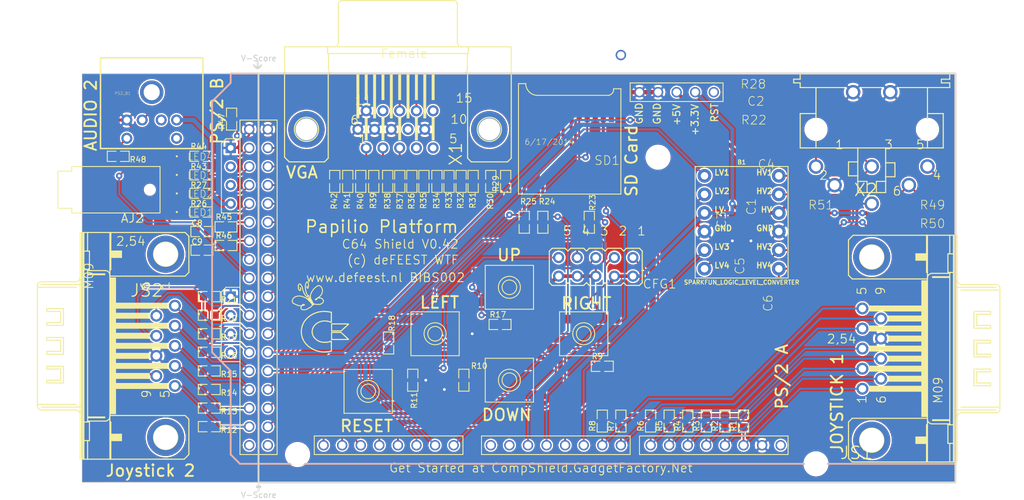
<source format=kicad_pcb>
(kicad_pcb (version 20171130) (host pcbnew 5.1.3-ffb9f22~84~ubuntu18.04.1)
  (layers (0 Top signal) (31 Bottom signal) (34 B.Paste user) (35 F.Paste user) (36 B.SilkS user) (37 F.SilkS user) (38 B.Mask user) (39 F.Mask user) (44 Edge.Cuts user))
  (net 0 "")
  (net 1 GREEN1)
  (net 2 BLUE1)
  (net 3 GND)
  (net 4 HORIZONTAL_SYNC)
  (net 5 VERTICAL_SYNC)
  (net 6 BLUE2)
  (net 7 GREEN2)
  (net 8 RED2)
  (net 9 RED3)
  (net 10 RED4)
  (net 11 GREEN3)
  (net 12 GREEN4)
  (net 13 BLUE3)
  (net 14 BLUE4)
  (net 15 IEC-L-DATA)
  (net 16 RED1)
  (net 17 JS1_9)
  (net 18 JS1_6)
  (net 19 JS1_5)
  (net 20 JS1_4)
  (net 21 JS1_3)
  (net 22 JS1_2)
  (net 23 JS1_1)
  (net 24 5V0)
  (net 25 SD_SCK)
  (net 26 SD_~CS)
  (net 27 SD_MISO)
  (net 28 SD_MOSI)
  (net 29 SD_CD)
  (net 30 JS1_7)
  (net 31 JS2_1)
  (net 32 JS2_2)
  (net 33 JS2_3)
  (net 34 JS2_4)
  (net 35 JS2_5)
  (net 36 JS2_6)
  (net 37 JS2_7)
  (net 38 JS2_9)
  (net 39 IEC-L-ATN)
  (net 40 AUDIO2-LEFT)
  (net 41 AUDIO2-RIGHT)
  (net 42 IEC-L-RESET)
  (net 43 IEC-L-CLK)
  (net 44 3V3_PWR6)
  (net 45 "/BPS6001 Classic Computing Shield_1/SW_LEFT")
  (net 46 "/BPS6001 Classic Computing Shield_1/SW_UP")
  (net 47 "/BPS6001 Classic Computing Shield_1/SW_DOWN")
  (net 48 "/BPS6001 Classic Computing Shield_1/SW_RIGHT")
  (net 49 "/BPS6001 Classic Computing Shield_1/LED4")
  (net 50 "Net-(LED4-PadA)")
  (net 51 "/BPS6001 Classic Computing Shield_1/LED3")
  (net 52 "Net-(LED3-PadA)")
  (net 53 "/BPS6001 Classic Computing Shield_1/LED2")
  (net 54 "Net-(LED2-PadA)")
  (net 55 "/BPS6001 Classic Computing Shield_1/LED1")
  (net 56 "Net-(LED1-PadA)")
  (net 57 "Net-(S5-PadB)")
  (net 58 "/BPS6001 Classic Computing Shield_1/RESET")
  (net 59 "Net-(H1-PadVIN)")
  (net 60 "/BPS6001 Classic Computing Shield_1/TX")
  (net 61 "/BPS6001 Classic Computing Shield_1/RX")
  (net 62 "Net-(H1-PadRES)")
  (net 63 "/BPS6001 Classic Computing Shield_1/PS2DAT2")
  (net 64 "/BPS6001 Classic Computing Shield_1/PS2CLK2")
  (net 65 5V)
  (net 66 "Net-(PWR_2-PadP2)")
  (net 67 "Net-(PWR_1-PadP4)")
  (net 68 "Net-(PWR_1-PadP2)")
  (net 69 "Net-(SD1-PadCD2)")
  (net 70 "Net-(SD1-Pad8)")
  (net 71 "Net-(SD1-Pad1)")
  (net 72 "Net-(AJ2-PadR)")
  (net 73 "Net-(AJ2-PadRS)")
  (net 74 "Net-(AJ2-PadL)")
  (net 75 "Net-(AJ2-PadLS)")
  (net 76 "Net-(B1-PadHV1)")
  (net 77 "Net-(B1-PadHV2)")
  (net 78 "Net-(B1-PadHV3)")
  (net 79 "Net-(B1-PadHV4)")
  (net 80 "Net-(R22-Pad1)")
  (net 81 "Net-(X1-Pad12)")
  (net 82 "Net-(R29-Pad2)")
  (net 83 "Net-(R30-Pad2)")
  (net 84 "Net-(X1-Pad15)")
  (net 85 "/4096 VGA/RED")
  (net 86 "/4096 VGA/GREEN")
  (net 87 "/4096 VGA/BLUE")
  (net 88 "Net-(X1-Pad4)")
  (net 89 "Net-(X1-Pad5)")
  (net 90 "Net-(X1-Pad9)")
  (net 91 "Net-(PS2_B1-Pad1)")
  (net 92 "Net-(PS2_B1-Pad5)")
  (net 93 "Net-(PS2_B1-Pad6)")
  (net 94 "Net-(PS2_B1-Pad2)")
  (module "BPS6001 Classic Computing Shield:BUTTERFLY_LOGO" (layer Top) (at 119.7227 108.2294)
    (fp_text reference LOGO1 hide)
    (fp_text value BUTTERFLY_LOGO hide)
  )
  (module "BPS6001 Classic Computing Shield:0603" (layer Top) (at 159.8801 117.3226)
    (fp_text reference R9 (at -1.5 -0.9) (layer F.SilkS) (effects (font (size 0.77216 0.77216) (thickness 0.123545)) (justify left bottom)))
    (fp_text value 47K)
    (pad 2 smd roundrect (at 0.8 0) (size 1 1) (layers Top F.Paste F.Mask) (roundrect_rratio 0.1) (net 45 "/BPS6001 Classic Computing Shield_1/SW_LEFT"))
    (pad 1 smd roundrect (at -0.8 0) (size 1 1) (layers Top F.Paste F.Mask) (roundrect_rratio 0.1) (net 3 GND))
  )
  (module "BPS6001 Classic Computing Shield:0603" (layer Top) (at 140.9571 119.2276 270)
    (fp_text reference R10 (at -1.5 -0.9) (layer F.SilkS) (effects (font (size 0.77216 0.77216) (thickness 0.123545)) (justify left bottom)))
    (fp_text value 47K)
    (pad 2 smd roundrect (at 0.8 0 270) (size 1 1) (layers Top F.Paste F.Mask) (roundrect_rratio 0.1) (net 46 "/BPS6001 Classic Computing Shield_1/SW_UP"))
    (pad 1 smd roundrect (at -0.8 0 270) (size 1 1) (layers Top F.Paste F.Mask) (roundrect_rratio 0.1) (net 3 GND))
  )
  (module "BPS6001 Classic Computing Shield:0603" (layer Top) (at 145.9101 111.6076)
    (fp_text reference R17 (at -1.5 -0.9) (layer F.SilkS) (effects (font (size 0.77216 0.77216) (thickness 0.123545)) (justify left bottom)))
    (fp_text value 47K)
    (pad 2 smd roundrect (at 0.8 0) (size 1 1) (layers Top F.Paste F.Mask) (roundrect_rratio 0.1) (net 47 "/BPS6001 Classic Computing Shield_1/SW_DOWN"))
    (pad 1 smd roundrect (at -0.8 0) (size 1 1) (layers Top F.Paste F.Mask) (roundrect_rratio 0.1) (net 3 GND))
  )
  (module "BPS6001 Classic Computing Shield:0603" (layer Top) (at 130.6701 114.1476 270)
    (fp_text reference R18 (at -1.5 -0.9 90) (layer F.SilkS) (effects (font (size 0.77216 0.77216) (thickness 0.123545)) (justify left bottom)))
    (fp_text value 47K)
    (pad 2 smd roundrect (at 0.8 0 270) (size 1 1) (layers Top F.Paste F.Mask) (roundrect_rratio 0.1) (net 48 "/BPS6001 Classic Computing Shield_1/SW_RIGHT"))
    (pad 1 smd roundrect (at -0.8 0 270) (size 1 1) (layers Top F.Paste F.Mask) (roundrect_rratio 0.1) (net 3 GND))
  )
  (module "BPS6001 Classic Computing Shield:0603" (layer Top) (at 105.0161 88.6206)
    (fp_text reference R44 (at -1.5 -0.9) (layer F.SilkS) (effects (font (size 0.77216 0.77216) (thickness 0.123545)) (justify left bottom)))
    (fp_text value 390)
    (pad 2 smd roundrect (at 0.8 0) (size 1 1) (layers Top F.Paste F.Mask) (roundrect_rratio 0.1) (net 49 "/BPS6001 Classic Computing Shield_1/LED4"))
    (pad 1 smd roundrect (at -0.8 0) (size 1 1) (layers Top F.Paste F.Mask) (roundrect_rratio 0.1) (net 50 "Net-(LED4-PadA)"))
  )
  (module "BPS6001 Classic Computing Shield:0603" (layer Top) (at 105.0161 91.1606)
    (fp_text reference R43 (at -1.5 -0.7) (layer F.SilkS) (effects (font (size 0.77216 0.77216) (thickness 0.123545)) (justify left bottom)))
    (fp_text value 390)
    (pad 2 smd roundrect (at 0.8 0) (size 1 1) (layers Top F.Paste F.Mask) (roundrect_rratio 0.1) (net 51 "/BPS6001 Classic Computing Shield_1/LED3"))
    (pad 1 smd roundrect (at -0.8 0) (size 1 1) (layers Top F.Paste F.Mask) (roundrect_rratio 0.1) (net 52 "Net-(LED3-PadA)"))
  )
  (module "BPS6001 Classic Computing Shield:0603" (layer Top) (at 105.0161 93.7006)
    (fp_text reference R27 (at -1.5 -0.7) (layer F.SilkS) (effects (font (size 0.77216 0.77216) (thickness 0.123545)) (justify left bottom)))
    (fp_text value 390)
    (pad 2 smd roundrect (at 0.8 0) (size 1 1) (layers Top F.Paste F.Mask) (roundrect_rratio 0.1) (net 53 "/BPS6001 Classic Computing Shield_1/LED2"))
    (pad 1 smd roundrect (at -0.8 0) (size 1 1) (layers Top F.Paste F.Mask) (roundrect_rratio 0.1) (net 54 "Net-(LED2-PadA)"))
  )
  (module "BPS6001 Classic Computing Shield:0603" (layer Top) (at 105.0161 96.2406)
    (fp_text reference R26 (at -1.5 -0.7) (layer F.SilkS) (effects (font (size 0.77216 0.77216) (thickness 0.123545)) (justify left bottom)))
    (fp_text value 390)
    (pad 2 smd roundrect (at 0.8 0) (size 1 1) (layers Top F.Paste F.Mask) (roundrect_rratio 0.1) (net 55 "/BPS6001 Classic Computing Shield_1/LED1"))
    (pad 1 smd roundrect (at -0.8 0) (size 1 1) (layers Top F.Paste F.Mask) (roundrect_rratio 0.1) (net 56 "Net-(LED1-PadA)"))
  )
  (module "BPS6001 Classic Computing Shield:CHIPLED_0603" (layer Top) (at 101.8411 88.6206 90)
    (fp_text reference LED4 (at -0.635 1.27) (layer F.SilkS) (effects (font (size 0.9652 0.9652) (thickness 0.077216)) (justify left bottom)))
    (fp_text value LEDCHIPLED_0603)
    (pad A smd rect (at 0 0.75 90) (size 0.8 0.8) (layers Top F.Paste F.Mask) (net 50 "Net-(LED4-PadA)"))
    (pad C smd rect (at 0 -0.75 90) (size 0.8 0.8) (layers Top F.Paste F.Mask) (net 3 GND))
  )
  (module "BPS6001 Classic Computing Shield:CHIPLED_0603" (layer Top) (at 101.8411 91.1606 90)
    (fp_text reference LED3 (at -0.635 1.27) (layer F.SilkS) (effects (font (size 0.9652 0.9652) (thickness 0.077216)) (justify left bottom)))
    (fp_text value LEDCHIPLED_0603)
    (pad A smd rect (at 0 0.75 90) (size 0.8 0.8) (layers Top F.Paste F.Mask) (net 52 "Net-(LED3-PadA)"))
    (pad C smd rect (at 0 -0.75 90) (size 0.8 0.8) (layers Top F.Paste F.Mask) (net 3 GND))
  )
  (module "BPS6001 Classic Computing Shield:CHIPLED_0603" (layer Top) (at 101.8411 93.7006 90)
    (fp_text reference LED2 (at -0.635 1.27) (layer F.SilkS) (effects (font (size 0.9652 0.9652) (thickness 0.077216)) (justify left bottom)))
    (fp_text value LEDCHIPLED_0603)
    (pad A smd rect (at 0 0.75 90) (size 0.8 0.8) (layers Top F.Paste F.Mask) (net 54 "Net-(LED2-PadA)"))
    (pad C smd rect (at 0 -0.75 90) (size 0.8 0.8) (layers Top F.Paste F.Mask) (net 3 GND))
  )
  (module "BPS6001 Classic Computing Shield:CHIPLED_0603" (layer Top) (at 101.8411 96.2406 90)
    (fp_text reference LED1 (at -0.635 1.27) (layer F.SilkS) (effects (font (size 0.9652 0.9652) (thickness 0.077216)) (justify left bottom)))
    (fp_text value LEDCHIPLED_0603)
    (pad A smd rect (at 0 0.75 90) (size 0.8 0.8) (layers Top F.Paste F.Mask) (net 56 "Net-(LED1-PadA)"))
    (pad C smd rect (at 0 -0.75 90) (size 0.8 0.8) (layers Top F.Paste F.Mask) (net 3 GND))
  )
  (module "BPS6001 Classic Computing Shield:EVQ-Q2" (layer Top) (at 157.3401 112.8776)
    (fp_text reference S3 hide)
    (fp_text value EVQQ2)
    (pad A smd rect (at -3.4 2) (size 3.2 1.2) (layers Top F.Paste F.Mask) (net 45 "/BPS6001 Classic Computing Shield_1/SW_LEFT"))
    (pad A' smd rect (at 3.4 2) (size 3.2 1.2) (layers Top F.Paste F.Mask) (net 45 "/BPS6001 Classic Computing Shield_1/SW_LEFT"))
    (pad B' smd rect (at 3.4 -2) (size 3.2 1.2) (layers Top F.Paste F.Mask) (net 44 3V3_PWR6))
    (pad B smd rect (at -3.4 -2) (size 3.2 1.2) (layers Top F.Paste F.Mask) (net 44 3V3_PWR6))
  )
  (module "BPS6001 Classic Computing Shield:EVQ-Q2" (layer Top) (at 147.1801 119.2276)
    (fp_text reference S1 hide)
    (fp_text value EVQQ2)
    (pad A smd rect (at -3.4 2) (size 3.2 1.2) (layers Top F.Paste F.Mask) (net 46 "/BPS6001 Classic Computing Shield_1/SW_UP"))
    (pad A' smd rect (at 3.4 2) (size 3.2 1.2) (layers Top F.Paste F.Mask) (net 46 "/BPS6001 Classic Computing Shield_1/SW_UP"))
    (pad B' smd rect (at 3.4 -2) (size 3.2 1.2) (layers Top F.Paste F.Mask) (net 44 3V3_PWR6))
    (pad B smd rect (at -3.4 -2) (size 3.2 1.2) (layers Top F.Paste F.Mask) (net 44 3V3_PWR6))
  )
  (module "BPS6001 Classic Computing Shield:EVQ-Q2" (layer Top) (at 147.1801 106.5276 180)
    (fp_text reference S4 hide)
    (fp_text value EVQQ2)
    (pad A smd rect (at -3.4 2 180) (size 3.2 1.2) (layers Top F.Paste F.Mask) (net 47 "/BPS6001 Classic Computing Shield_1/SW_DOWN"))
    (pad A' smd rect (at 3.4 2 180) (size 3.2 1.2) (layers Top F.Paste F.Mask) (net 47 "/BPS6001 Classic Computing Shield_1/SW_DOWN"))
    (pad B' smd rect (at 3.4 -2 180) (size 3.2 1.2) (layers Top F.Paste F.Mask) (net 44 3V3_PWR6))
    (pad B smd rect (at -3.4 -2 180) (size 3.2 1.2) (layers Top F.Paste F.Mask) (net 44 3V3_PWR6))
  )
  (module "BPS6001 Classic Computing Shield:EVQ-Q2" (layer Top) (at 137.0201 112.8776)
    (fp_text reference S5 hide)
    (fp_text value EVQQ2)
    (pad A smd rect (at -3.4 2) (size 3.2 1.2) (layers Top F.Paste F.Mask) (net 48 "/BPS6001 Classic Computing Shield_1/SW_RIGHT"))
    (pad A' smd rect (at 3.4 2) (size 3.2 1.2) (layers Top F.Paste F.Mask) (net 48 "/BPS6001 Classic Computing Shield_1/SW_RIGHT"))
    (pad B' smd rect (at 3.4 -2) (size 3.2 1.2) (layers Top F.Paste F.Mask) (net 44 3V3_PWR6))
    (pad B smd rect (at -3.4 -2) (size 3.2 1.2) (layers Top F.Paste F.Mask) (net 57 "Net-(S5-PadB)"))
  )
  (module "BPS6001 Classic Computing Shield:0603" (layer Top) (at 133.9721 119.2276 90)
    (fp_text reference R11 (at -3.9624 0.6479 90) (layer F.SilkS) (effects (font (size 0.77216 0.77216) (thickness 0.123545)) (justify left bottom)))
    (fp_text value 47K)
    (pad 2 smd roundrect (at 0.8 0 90) (size 1 1) (layers Top F.Paste F.Mask) (roundrect_rratio 0.1) (net 58 "/BPS6001 Classic Computing Shield_1/RESET"))
    (pad 1 smd roundrect (at -0.8 0 90) (size 1 1) (layers Top F.Paste F.Mask) (roundrect_rratio 0.1) (net 3 GND))
  )
  (module "BPS6001 Classic Computing Shield:EVQ-Q2" (layer Top) (at 127.8761 120.7516 180)
    (fp_text reference S2 hide)
    (fp_text value EVQQ2)
    (pad A smd rect (at -3.4 2 180) (size 3.2 1.2) (layers Top F.Paste F.Mask) (net 58 "/BPS6001 Classic Computing Shield_1/RESET"))
    (pad A' smd rect (at 3.4 2 180) (size 3.2 1.2) (layers Top F.Paste F.Mask) (net 58 "/BPS6001 Classic Computing Shield_1/RESET"))
    (pad B' smd rect (at 3.4 -2 180) (size 3.2 1.2) (layers Top F.Paste F.Mask) (net 44 3V3_PWR6))
    (pad B smd rect (at -3.4 -2 180) (size 3.2 1.2) (layers Top F.Paste F.Mask) (net 44 3V3_PWR6))
  )
  (module "BPS6001 Classic Computing Shield:AMEGA_SHIELD_NOANALOG" (layer Top) (at 208.1401 77.3176 180)
    (fp_text reference H1 hide)
    (fp_text value "Arduino Mega Header" hide)
    (fp_text user +3.3V (at 35.028442 -8.570888 270) (layer F.SilkS) (effects (font (size 0.9652 0.9652) (thickness 0.1524)) (justify left bottom)))
    (fp_text user RST (at 32.349812 -6.740699 270) (layer F.SilkS) (effects (font (size 0.9652 0.9652) (thickness 0.1524)) (justify left bottom)))
    (fp_text user +5V (at 37.532649 -7.200427 270) (layer F.SilkS) (effects (font (size 0.9652 0.9652) (thickness 0.1524)) (justify left bottom)))
    (fp_text user GND (at 42.658626 -7.013546 270) (layer F.SilkS) (effects (font (size 0.9652 0.9652) (thickness 0.1524)) (justify left bottom)))
    (fp_text user GND (at 40.204254 -7.038463 270) (layer F.SilkS) (effects (font (size 0.9652 0.9652) (thickness 0.1524)) (justify left bottom)))
    (pad VIN thru_hole circle (at 45.72 2.54 180) (size 1.4224 1.4224) (drill 1) (layers *.Cu *.Mask) (net 59 "Net-(H1-PadVIN)"))
    (pad TX thru_hole circle (at 60.96 -50.8 180) (size 1.4224 1.4224) (drill 1) (layers *.Cu *.Mask) (net 60 "/BPS6001 Classic Computing Shield_1/TX"))
    (pad RX thru_hole circle (at 63.5 -50.8 180) (size 1.4224 1.4224) (drill 1) (layers *.Cu *.Mask) (net 61 "/BPS6001 Classic Computing Shield_1/RX"))
    (pad RES thru_hole circle (at 33.02 -2.54 180) (size 1.4224 1.4224) (drill 1) (layers *.Cu *.Mask) (net 62 "Net-(H1-PadRES)"))
    (pad GND@4 thru_hole circle (at 96.52 -7.62 180) (size 1.4224 1.4224) (drill 1) (layers *.Cu *.Mask) (net 3 GND))
    (pad GND@3 thru_hole circle (at 93.98 -7.62 180) (size 1.4224 1.4224) (drill 1) (layers *.Cu *.Mask) (net 3 GND))
    (pad GND@2 thru_hole circle (at 26.416 -50.8 180) (size 1.4224 1.4224) (drill 1) (layers *.Cu *.Mask) (net 3 GND))
    (pad GND@1 thru_hole circle (at 43.18 -2.54 180) (size 1.4224 1.4224) (drill 1) (layers *.Cu *.Mask) (net 3 GND))
    (pad GND@0 thru_hole circle (at 40.64 -2.54 180) (size 1.4224 1.4224) (drill 1) (layers *.Cu *.Mask) (net 3 GND))
    (pad D53 thru_hole circle (at 96.52 -10.16 180) (size 1.4224 1.4224) (drill 1) (layers *.Cu *.Mask) (net 49 "/BPS6001 Classic Computing Shield_1/LED4"))
    (pad D52 thru_hole circle (at 93.98 -10.16 180) (size 1.4224 1.4224) (drill 1) (layers *.Cu *.Mask) (net 16 RED1))
    (pad D51 thru_hole circle (at 96.52 -12.7 180) (size 1.4224 1.4224) (drill 1) (layers *.Cu *.Mask) (net 51 "/BPS6001 Classic Computing Shield_1/LED3"))
    (pad D50 thru_hole circle (at 93.98 -12.7 180) (size 1.4224 1.4224) (drill 1) (layers *.Cu *.Mask) (net 8 RED2))
    (pad D49 thru_hole circle (at 96.52 -15.24 180) (size 1.4224 1.4224) (drill 1) (layers *.Cu *.Mask) (net 53 "/BPS6001 Classic Computing Shield_1/LED2"))
    (pad D48 thru_hole circle (at 93.98 -15.24 180) (size 1.4224 1.4224) (drill 1) (layers *.Cu *.Mask) (net 9 RED3))
    (pad D47 thru_hole circle (at 96.52 -17.78 180) (size 1.4224 1.4224) (drill 1) (layers *.Cu *.Mask) (net 55 "/BPS6001 Classic Computing Shield_1/LED1"))
    (pad D46 thru_hole circle (at 93.98 -17.78 180) (size 1.4224 1.4224) (drill 1) (layers *.Cu *.Mask) (net 10 RED4))
    (pad D45 thru_hole circle (at 96.52 -20.32 180) (size 1.4224 1.4224) (drill 1) (layers *.Cu *.Mask) (net 40 AUDIO2-LEFT))
    (pad D44 thru_hole circle (at 93.98 -20.32 180) (size 1.4224 1.4224) (drill 1) (layers *.Cu *.Mask) (net 12 GREEN4))
    (pad D43 thru_hole circle (at 96.52 -22.86 180) (size 1.4224 1.4224) (drill 1) (layers *.Cu *.Mask) (net 41 AUDIO2-RIGHT))
    (pad D42 thru_hole circle (at 93.98 -22.86 180) (size 1.4224 1.4224) (drill 1) (layers *.Cu *.Mask) (net 11 GREEN3))
    (pad D41 thru_hole circle (at 96.52 -25.4 180) (size 1.4224 1.4224) (drill 1) (layers *.Cu *.Mask) (net 63 "/BPS6001 Classic Computing Shield_1/PS2DAT2"))
    (pad D40 thru_hole circle (at 93.98 -25.4 180) (size 1.4224 1.4224) (drill 1) (layers *.Cu *.Mask) (net 7 GREEN2))
    (pad D39 thru_hole circle (at 96.52 -27.94 180) (size 1.4224 1.4224) (drill 1) (layers *.Cu *.Mask) (net 64 "/BPS6001 Classic Computing Shield_1/PS2CLK2"))
    (pad D38 thru_hole circle (at 93.98 -27.94 180) (size 1.4224 1.4224) (drill 1) (layers *.Cu *.Mask) (net 1 GREEN1))
    (pad D37 thru_hole circle (at 96.52 -30.48 180) (size 1.4224 1.4224) (drill 1) (layers *.Cu *.Mask) (net 38 JS2_9))
    (pad D36 thru_hole circle (at 93.98 -30.48 180) (size 1.4224 1.4224) (drill 1) (layers *.Cu *.Mask) (net 14 BLUE4))
    (pad D35 thru_hole circle (at 96.52 -33.02 180) (size 1.4224 1.4224) (drill 1) (layers *.Cu *.Mask) (net 37 JS2_7))
    (pad D34 thru_hole circle (at 93.98 -33.02 180) (size 1.4224 1.4224) (drill 1) (layers *.Cu *.Mask) (net 13 BLUE3))
    (pad D33 thru_hole circle (at 96.52 -35.56 180) (size 1.4224 1.4224) (drill 1) (layers *.Cu *.Mask) (net 36 JS2_6))
    (pad D32 thru_hole circle (at 93.98 -35.56 180) (size 1.4224 1.4224) (drill 1) (layers *.Cu *.Mask) (net 6 BLUE2))
    (pad D31 thru_hole circle (at 96.52 -38.1 180) (size 1.4224 1.4224) (drill 1) (layers *.Cu *.Mask) (net 31 JS2_1))
    (pad D30 thru_hole circle (at 93.98 -38.1 180) (size 1.4224 1.4224) (drill 1) (layers *.Cu *.Mask) (net 42 IEC-L-RESET))
    (pad D29 thru_hole circle (at 96.52 -40.64 180) (size 1.4224 1.4224) (drill 1) (layers *.Cu *.Mask) (net 32 JS2_2))
    (pad D28 thru_hole circle (at 93.98 -40.64 180) (size 1.4224 1.4224) (drill 1) (layers *.Cu *.Mask) (net 39 IEC-L-ATN))
    (pad D27 thru_hole circle (at 96.52 -43.18 180) (size 1.4224 1.4224) (drill 1) (layers *.Cu *.Mask) (net 33 JS2_3))
    (pad D26 thru_hole circle (at 93.98 -43.18 180) (size 1.4224 1.4224) (drill 1) (layers *.Cu *.Mask) (net 2 BLUE1))
    (pad D25 thru_hole circle (at 96.52 -45.72 180) (size 1.4224 1.4224) (drill 1) (layers *.Cu *.Mask) (net 34 JS2_4))
    (pad D24 thru_hole circle (at 93.98 -45.72 180) (size 1.4224 1.4224) (drill 1) (layers *.Cu *.Mask) (net 5 VERTICAL_SYNC))
    (pad D23 thru_hole circle (at 96.52 -48.26 180) (size 1.4224 1.4224) (drill 1) (layers *.Cu *.Mask) (net 35 JS2_5))
    (pad D22 thru_hole circle (at 93.98 -48.26 180) (size 1.4224 1.4224) (drill 1) (layers *.Cu *.Mask) (net 4 HORIZONTAL_SYNC))
    (pad D21 thru_hole circle (at 86.36 -50.8 180) (size 1.4224 1.4224) (drill 1) (layers *.Cu *.Mask) (net 48 "/BPS6001 Classic Computing Shield_1/SW_RIGHT"))
    (pad D20 thru_hole circle (at 83.82 -50.8 180) (size 1.4224 1.4224) (drill 1) (layers *.Cu *.Mask) (net 47 "/BPS6001 Classic Computing Shield_1/SW_DOWN"))
    (pad D19 thru_hole circle (at 81.28 -50.8 180) (size 1.4224 1.4224) (drill 1) (layers *.Cu *.Mask) (net 58 "/BPS6001 Classic Computing Shield_1/RESET"))
    (pad D18 thru_hole circle (at 78.74 -50.8 180) (size 1.4224 1.4224) (drill 1) (layers *.Cu *.Mask) (net 46 "/BPS6001 Classic Computing Shield_1/SW_UP"))
    (pad D17 thru_hole circle (at 76.2 -50.8 180) (size 1.4224 1.4224) (drill 1) (layers *.Cu *.Mask) (net 45 "/BPS6001 Classic Computing Shield_1/SW_LEFT"))
    (pad D16 thru_hole circle (at 73.66 -50.8 180) (size 1.4224 1.4224) (drill 1) (layers *.Cu *.Mask) (net 26 SD_~CS))
    (pad D15 thru_hole circle (at 71.12 -50.8 180) (size 1.4224 1.4224) (drill 1) (layers *.Cu *.Mask) (net 25 SD_SCK))
    (pad D14 thru_hole circle (at 68.58 -50.8 180) (size 1.4224 1.4224) (drill 1) (layers *.Cu *.Mask) (net 28 SD_MOSI))
    (pad D13 thru_hole circle (at 28.956 -50.8 180) (size 1.4224 1.4224) (drill 1) (layers *.Cu *.Mask) (net 23 JS1_1))
    (pad D12 thru_hole circle (at 31.496 -50.8 180) (size 1.4224 1.4224) (drill 1) (layers *.Cu *.Mask) (net 18 JS1_6))
    (pad D11 thru_hole circle (at 34.036 -50.8 180) (size 1.4224 1.4224) (drill 1) (layers *.Cu *.Mask) (net 22 JS1_2))
    (pad D10 thru_hole circle (at 36.576 -50.8 180) (size 1.4224 1.4224) (drill 1) (layers *.Cu *.Mask) (net 30 JS1_7))
    (pad D9 thru_hole circle (at 39.116 -50.8 180) (size 1.4224 1.4224) (drill 1) (layers *.Cu *.Mask) (net 21 JS1_3))
    (pad D8 thru_hole circle (at 41.656 -50.8 180) (size 1.4224 1.4224) (drill 1) (layers *.Cu *.Mask) (net 20 JS1_4))
    (pad D7 thru_hole circle (at 45.72 -50.8 180) (size 1.4224 1.4224) (drill 1) (layers *.Cu *.Mask) (net 17 JS1_9))
    (pad D6 thru_hole circle (at 48.26 -50.8 180) (size 1.4224 1.4224) (drill 1) (layers *.Cu *.Mask) (net 19 JS1_5))
    (pad D5 thru_hole circle (at 50.8 -50.8 180) (size 1.4224 1.4224) (drill 1) (layers *.Cu *.Mask) (net 15 IEC-L-DATA))
    (pad D4 thru_hole circle (at 53.34 -50.8 180) (size 1.4224 1.4224) (drill 1) (layers *.Cu *.Mask) (net 43 IEC-L-CLK))
    (pad D3 thru_hole circle (at 55.88 -50.8 180) (size 1.4224 1.4224) (drill 1) (layers *.Cu *.Mask) (net 29 SD_CD))
    (pad D2 thru_hole circle (at 58.42 -50.8 180) (size 1.4224 1.4224) (drill 1) (layers *.Cu *.Mask) (net 27 SD_MISO))
    (pad AREF thru_hole circle (at 23.876 -50.8 180) (size 1.4224 1.4224) (drill 1) (layers *.Cu *.Mask))
    (pad 5V@2 thru_hole circle (at 96.52 -50.8 180) (size 1.4224 1.4224) (drill 1) (layers *.Cu *.Mask) (net 65 5V))
    (pad 5V@1 thru_hole circle (at 93.98 -50.8 180) (size 1.4224 1.4224) (drill 1) (layers *.Cu *.Mask) (net 65 5V))
    (pad 5V@0 thru_hole circle (at 38.1 -2.54 180) (size 1.4224 1.4224) (drill 1) (layers *.Cu *.Mask) (net 24 5V0))
    (pad 3.3V thru_hole circle (at 35.56 -2.54 180) (size 1.4224 1.4224) (drill 1) (layers *.Cu *.Mask) (net 44 3V3_PWR6))
  )
  (module "BPS6001 Classic Computing Shield:MICROSD" (layer Top) (at 162.4201 93.8276 180)
    (fp_text reference SD1 (at 3.7 3.94) (layer F.SilkS) (effects (font (size 1.2065 1.2065) (thickness 0.09652)) (justify left bottom)))
    (fp_text value MICROSD hide)
    (pad MT2 smd rect (at 13.6 14.44 180) (size 1.4 1.9) (layers Top F.Paste F.Mask) (net 3 GND))
    (pad MT1 smd rect (at 0.4 13.54 180) (size 1.4 1.9) (layers Top F.Paste F.Mask) (net 3 GND))
    (pad CD2 smd rect (at 8 0.44 270) (size 1.4 1.8) (layers Top F.Paste F.Mask) (net 69 "Net-(SD1-PadCD2)"))
    (pad CD1 smd rect (at 2 0.44 270) (size 1.4 1.8) (layers Top F.Paste F.Mask) (net 29 SD_CD))
    (pad 8 smd rect (at 1.3 10.64 180) (size 0.7 1.5) (layers Top F.Paste F.Mask) (net 70 "Net-(SD1-Pad8)"))
    (pad 7 smd rect (at 2.4 10.64 180) (size 0.7 1.5) (layers Top F.Paste F.Mask) (net 27 SD_MISO))
    (pad 6 smd rect (at 3.5 11.04 180) (size 0.7 1.5) (layers Top F.Paste F.Mask) (net 3 GND))
    (pad 5 smd rect (at 4.6 10.64 180) (size 0.7 1.5) (layers Top F.Paste F.Mask) (net 25 SD_SCK))
    (pad 4 smd rect (at 5.7 11.04 180) (size 0.7 1.5) (layers Top F.Paste F.Mask) (net 44 3V3_PWR6))
    (pad 3 smd rect (at 6.8 10.64 180) (size 0.7 1.5) (layers Top F.Paste F.Mask) (net 28 SD_MOSI))
    (pad 2 smd rect (at 7.9 10.24 180) (size 0.7 1.5) (layers Top F.Paste F.Mask) (net 26 SD_~CS))
    (pad 1 smd rect (at 9 10.64 180) (size 0.7 1.5) (layers Top F.Paste F.Mask) (net 71 "Net-(SD1-Pad1)"))
  )
  (module "BPS6001 Classic Computing Shield:0603" (layer Top) (at 158.1021 97.6376 270)
    (fp_text reference R23 (at -1.5 -0.9 90) (layer F.SilkS) (effects (font (size 0.77216 0.77216) (thickness 0.123545)) (justify left bottom)))
    (fp_text value 47K)
    (pad 2 smd roundrect (at 0.8 0 270) (size 1 1) (layers Top F.Paste F.Mask) (roundrect_rratio 0.1) (net 44 3V3_PWR6))
    (pad 1 smd roundrect (at -0.8 0 270) (size 1 1) (layers Top F.Paste F.Mask) (roundrect_rratio 0.1) (net 27 SD_MISO))
  )
  (module "BPS6001 Classic Computing Shield:0603" (layer Top) (at 151.7521 97.6376 270)
    (fp_text reference R24 (at -2.3876 0.6221) (layer F.SilkS) (effects (font (size 0.77216 0.77216) (thickness 0.123545)) (justify left bottom)))
    (fp_text value 47K)
    (pad 2 smd roundrect (at 0.8 0 270) (size 1 1) (layers Top F.Paste F.Mask) (roundrect_rratio 0.1) (net 44 3V3_PWR6))
    (pad 1 smd roundrect (at -0.8 0 270) (size 1 1) (layers Top F.Paste F.Mask) (roundrect_rratio 0.1) (net 28 SD_MOSI))
  )
  (module "BPS6001 Classic Computing Shield:0603" (layer Top) (at 149.2121 97.6376 270)
    (fp_text reference R25 (at -2.3876 0.6221) (layer F.SilkS) (effects (font (size 0.77216 0.77216) (thickness 0.123545)) (justify left bottom)))
    (fp_text value 47K)
    (pad 2 smd roundrect (at 0.8 0 270) (size 1 1) (layers Top F.Paste F.Mask) (roundrect_rratio 0.1) (net 44 3V3_PWR6))
    (pad 1 smd roundrect (at -0.8 0 270) (size 1 1) (layers Top F.Paste F.Mask) (roundrect_rratio 0.1) (net 26 SD_~CS))
  )
  (module "BPS6001 Classic Computing Shield:M09HP" (layer Top) (at 196.7101 114.9096 90)
    (fp_text reference JS1 (at -15.24 -4.445) (layer F.SilkS) (effects (font (size 1.6891 1.6891) (thickness 0.16891)) (justify left bottom)))
    (fp_text value "Serial Port")
    (fp_text user M09 (at -7.62 9.779 90) (layer F.SilkS) (effects (font (size 1.2065 1.2065) (thickness 0.127)) (justify left bottom)))
    (fp_text user 2,54 (at 0.6096 -6.2101 180) (layer F.SilkS) (effects (font (size 1.2065 1.2065) (thickness 0.127)) (justify left bottom)))
    (fp_text user 6 (at -7.62 2.032 90) (layer F.SilkS) (effects (font (size 1.2065 1.2065) (thickness 0.127)) (justify left bottom)))
    (fp_text user 9 (at 7.239 1.905 90) (layer F.SilkS) (effects (font (size 1.2065 1.2065) (thickness 0.127)) (justify left bottom)))
    (fp_text user 5 (at 7.239 -0.635 90) (layer F.SilkS) (effects (font (size 1.2065 1.2065) (thickness 0.127)) (justify left bottom)))
    (fp_text user 1 (at -7.62 -0.635 90) (layer F.SilkS) (effects (font (size 1.2065 1.2065) (thickness 0.127)) (justify left bottom)))
    (pad G2 thru_hole circle (at 12.5222 0 90) (size 5.08 5.08) (drill 3.302) (layers *.Cu *.Mask))
    (pad G1 thru_hole circle (at -12.5222 0 90) (size 5.08 5.08) (drill 3.302) (layers *.Cu *.Mask))
    (pad 6 thru_hole circle (at -4.1148 1.27 90) (size 1.6256 1.6256) (drill 1.016) (layers *.Cu *.Mask) (net 18 JS1_6))
    (pad 7 thru_hole circle (at -1.3716 1.27 90) (size 1.6256 1.6256) (drill 1.016) (layers *.Cu *.Mask) (net 30 JS1_7))
    (pad 8 thru_hole circle (at 1.3716 1.27 90) (size 1.6256 1.6256) (drill 1.016) (layers *.Cu *.Mask) (net 3 GND))
    (pad 9 thru_hole circle (at 4.1148 1.27 90) (size 1.6256 1.6256) (drill 1.016) (layers *.Cu *.Mask) (net 17 JS1_9))
    (pad 1 thru_hole circle (at -5.4864 -1.27 90) (size 1.6256 1.6256) (drill 1.016) (layers *.Cu *.Mask) (net 23 JS1_1))
    (pad 2 thru_hole circle (at -2.7432 -1.27 90) (size 1.6256 1.6256) (drill 1.016) (layers *.Cu *.Mask) (net 22 JS1_2))
    (pad 3 thru_hole circle (at 0 -1.27 90) (size 1.6256 1.6256) (drill 1.016) (layers *.Cu *.Mask) (net 21 JS1_3))
    (pad 4 thru_hole circle (at 2.7432 -1.27 90) (size 1.6256 1.6256) (drill 1.016) (layers *.Cu *.Mask) (net 20 JS1_4))
    (pad 5 thru_hole circle (at 5.4864 -1.27 90) (size 1.6256 1.6256) (drill 1.016) (layers *.Cu *.Mask) (net 19 JS1_5))
  )
  (module "BPS6001 Classic Computing Shield:0603" (layer Top) (at 159.8801 124.8156 90)
    (fp_text reference R8 (at -1.5 -0.9 90) (layer F.SilkS) (effects (font (size 0.77216 0.77216) (thickness 0.123545)) (justify left bottom)))
    (fp_text value 47K)
    (pad 2 smd roundrect (at 0.8 0 90) (size 1 1) (layers Top F.Paste F.Mask) (roundrect_rratio 0.1) (net 44 3V3_PWR6))
    (pad 1 smd roundrect (at -0.8 0 90) (size 1 1) (layers Top F.Paste F.Mask) (roundrect_rratio 0.1) (net 19 JS1_5))
  )
  (module "BPS6001 Classic Computing Shield:0603" (layer Top) (at 166.4841 124.8156 90)
    (fp_text reference R6 (at -1.5 -0.9 90) (layer F.SilkS) (effects (font (size 0.77216 0.77216) (thickness 0.123545)) (justify left bottom)))
    (fp_text value 47K)
    (pad 2 smd roundrect (at 0.8 0 90) (size 1 1) (layers Top F.Paste F.Mask) (roundrect_rratio 0.1) (net 44 3V3_PWR6))
    (pad 1 smd roundrect (at -0.8 0 90) (size 1 1) (layers Top F.Paste F.Mask) (roundrect_rratio 0.1) (net 20 JS1_4))
  )
  (module "BPS6001 Classic Computing Shield:0603" (layer Top) (at 169.0241 124.8156 90)
    (fp_text reference R5 (at -1.5 -0.9 90) (layer F.SilkS) (effects (font (size 0.77216 0.77216) (thickness 0.123545)) (justify left bottom)))
    (fp_text value 47K)
    (pad 2 smd roundrect (at 0.8 0 90) (size 1 1) (layers Top F.Paste F.Mask) (roundrect_rratio 0.1) (net 44 3V3_PWR6))
    (pad 1 smd roundrect (at -0.8 0 90) (size 1 1) (layers Top F.Paste F.Mask) (roundrect_rratio 0.1) (net 21 JS1_3))
  )
  (module "BPS6001 Classic Computing Shield:0603" (layer Top) (at 174.1041 124.8156 90)
    (fp_text reference R3 (at -1.5 -0.9 90) (layer F.SilkS) (effects (font (size 0.77216 0.77216) (thickness 0.123545)) (justify left bottom)))
    (fp_text value 47K)
    (pad 2 smd roundrect (at 0.8 0 90) (size 1 1) (layers Top F.Paste F.Mask) (roundrect_rratio 0.1) (net 44 3V3_PWR6))
    (pad 1 smd roundrect (at -0.8 0 90) (size 1 1) (layers Top F.Paste F.Mask) (roundrect_rratio 0.1) (net 22 JS1_2))
  )
  (module "BPS6001 Classic Computing Shield:0603" (layer Top) (at 179.1841 124.8156 90)
    (fp_text reference R1 (at -1.5 -0.9 90) (layer F.SilkS) (effects (font (size 0.77216 0.77216) (thickness 0.123545)) (justify left bottom)))
    (fp_text value 47K)
    (pad 2 smd roundrect (at 0.8 0 90) (size 1 1) (layers Top F.Paste F.Mask) (roundrect_rratio 0.1) (net 44 3V3_PWR6))
    (pad 1 smd roundrect (at -0.8 0 90) (size 1 1) (layers Top F.Paste F.Mask) (roundrect_rratio 0.1) (net 23 JS1_1))
  )
  (module "BPS6001 Classic Computing Shield:0603" (layer Top) (at 176.6441 124.8156 90)
    (fp_text reference R2 (at -1.5 -0.9 90) (layer F.SilkS) (effects (font (size 0.77216 0.77216) (thickness 0.123545)) (justify left bottom)))
    (fp_text value 47K)
    (pad 2 smd roundrect (at 0.8 0 90) (size 1 1) (layers Top F.Paste F.Mask) (roundrect_rratio 0.1) (net 44 3V3_PWR6))
    (pad 1 smd roundrect (at -0.8 0 90) (size 1 1) (layers Top F.Paste F.Mask) (roundrect_rratio 0.1) (net 18 JS1_6))
  )
  (module "BPS6001 Classic Computing Shield:0603" (layer Top) (at 171.5641 124.8156 90)
    (fp_text reference R4 (at -1.5 -0.9 90) (layer F.SilkS) (effects (font (size 0.77216 0.77216) (thickness 0.123545)) (justify left bottom)))
    (fp_text value 47K)
    (pad 2 smd roundrect (at 0.8 0 90) (size 1 1) (layers Top F.Paste F.Mask) (roundrect_rratio 0.1) (net 44 3V3_PWR6))
    (pad 1 smd roundrect (at -0.8 0 90) (size 1 1) (layers Top F.Paste F.Mask) (roundrect_rratio 0.1) (net 30 JS1_7))
  )
  (module "BPS6001 Classic Computing Shield:0603" (layer Top) (at 162.4201 124.8156 90)
    (fp_text reference R7 (at -1.5 -0.9 90) (layer F.SilkS) (effects (font (size 0.77216 0.77216) (thickness 0.123545)) (justify left bottom)))
    (fp_text value 47K)
    (pad 2 smd roundrect (at 0.8 0 90) (size 1 1) (layers Top F.Paste F.Mask) (roundrect_rratio 0.1) (net 44 3V3_PWR6))
    (pad 1 smd roundrect (at -0.8 0 90) (size 1 1) (layers Top F.Paste F.Mask) (roundrect_rratio 0.1) (net 17 JS1_9))
  )
  (module "BPS6001 Classic Computing Shield:M09HP" (layer Top) (at 100.1901 114.5286 270)
    (fp_text reference JS2 (at -6.5786 4.9401) (layer F.SilkS) (effects (font (size 1.6891 1.6891) (thickness 0.16891)) (justify left bottom)))
    (fp_text value "Serial Port")
    (fp_text user M09 (at -7.62 9.779 270) (layer F.SilkS) (effects (font (size 1.2065 1.2065) (thickness 0.127)) (justify left bottom)))
    (fp_text user 2,54 (at -13.589 6.858) (layer F.SilkS) (effects (font (size 1.2065 1.2065) (thickness 0.127)) (justify left bottom)))
    (fp_text user 6 (at -7.62 2.032 270) (layer F.SilkS) (effects (font (size 1.2065 1.2065) (thickness 0.127)) (justify left bottom)))
    (fp_text user 9 (at 7.239 1.905 270) (layer F.SilkS) (effects (font (size 1.2065 1.2065) (thickness 0.127)) (justify left bottom)))
    (fp_text user 5 (at 7.239 -0.635 270) (layer F.SilkS) (effects (font (size 1.2065 1.2065) (thickness 0.127)) (justify left bottom)))
    (fp_text user 1 (at -7.62 -0.635 270) (layer F.SilkS) (effects (font (size 1.2065 1.2065) (thickness 0.127)) (justify left bottom)))
    (pad G2 thru_hole circle (at 12.5222 0 270) (size 5.08 5.08) (drill 3.302) (layers *.Cu *.Mask))
    (pad G1 thru_hole circle (at -12.5222 0 270) (size 5.08 5.08) (drill 3.302) (layers *.Cu *.Mask))
    (pad 6 thru_hole circle (at -4.1148 1.27 270) (size 1.6256 1.6256) (drill 1.016) (layers *.Cu *.Mask) (net 36 JS2_6))
    (pad 7 thru_hole circle (at -1.3716 1.27 270) (size 1.6256 1.6256) (drill 1.016) (layers *.Cu *.Mask) (net 37 JS2_7))
    (pad 8 thru_hole circle (at 1.3716 1.27 270) (size 1.6256 1.6256) (drill 1.016) (layers *.Cu *.Mask) (net 3 GND))
    (pad 9 thru_hole circle (at 4.1148 1.27 270) (size 1.6256 1.6256) (drill 1.016) (layers *.Cu *.Mask) (net 38 JS2_9))
    (pad 1 thru_hole circle (at -5.4864 -1.27 270) (size 1.6256 1.6256) (drill 1.016) (layers *.Cu *.Mask) (net 31 JS2_1))
    (pad 2 thru_hole circle (at -2.7432 -1.27 270) (size 1.6256 1.6256) (drill 1.016) (layers *.Cu *.Mask) (net 32 JS2_2))
    (pad 3 thru_hole circle (at 0 -1.27 270) (size 1.6256 1.6256) (drill 1.016) (layers *.Cu *.Mask) (net 33 JS2_3))
    (pad 4 thru_hole circle (at 2.7432 -1.27 270) (size 1.6256 1.6256) (drill 1.016) (layers *.Cu *.Mask) (net 34 JS2_4))
    (pad 5 thru_hole circle (at 5.4864 -1.27 270) (size 1.6256 1.6256) (drill 1.016) (layers *.Cu *.Mask) (net 35 JS2_5))
  )
  (module "BPS6001 Classic Computing Shield:0603" (layer Top) (at 106.1591 125.5776 180)
    (fp_text reference R12 (at -1.5 -0.9) (layer F.SilkS) (effects (font (size 0.77216 0.77216) (thickness 0.123545)) (justify left bottom)))
    (fp_text value 47K)
    (pad 2 smd roundrect (at 0.8 0 180) (size 1 1) (layers Top F.Paste F.Mask) (roundrect_rratio 0.1) (net 44 3V3_PWR6))
    (pad 1 smd roundrect (at -0.8 0 180) (size 1 1) (layers Top F.Paste F.Mask) (roundrect_rratio 0.1) (net 35 JS2_5))
  )
  (module "BPS6001 Classic Computing Shield:0603" (layer Top) (at 106.1591 123.0376 180)
    (fp_text reference R13 (at -1.5 -0.9) (layer F.SilkS) (effects (font (size 0.77216 0.77216) (thickness 0.123545)) (justify left bottom)))
    (fp_text value 47K)
    (pad 2 smd roundrect (at 0.8 0 180) (size 1 1) (layers Top F.Paste F.Mask) (roundrect_rratio 0.1) (net 44 3V3_PWR6))
    (pad 1 smd roundrect (at -0.8 0 180) (size 1 1) (layers Top F.Paste F.Mask) (roundrect_rratio 0.1) (net 34 JS2_4))
  )
  (module "BPS6001 Classic Computing Shield:0603" (layer Top) (at 106.1591 120.4976 180)
    (fp_text reference R14 (at -1.5 -0.9) (layer F.SilkS) (effects (font (size 0.77216 0.77216) (thickness 0.123545)) (justify left bottom)))
    (fp_text value 47K)
    (pad 2 smd roundrect (at 0.8 0 180) (size 1 1) (layers Top F.Paste F.Mask) (roundrect_rratio 0.1) (net 44 3V3_PWR6))
    (pad 1 smd roundrect (at -0.8 0 180) (size 1 1) (layers Top F.Paste F.Mask) (roundrect_rratio 0.1) (net 33 JS2_3))
  )
  (module "BPS6001 Classic Computing Shield:0603" (layer Top) (at 106.1591 117.9576 180)
    (fp_text reference R15 (at -1.5 -0.9) (layer F.SilkS) (effects (font (size 0.77216 0.77216) (thickness 0.123545)) (justify left bottom)))
    (fp_text value 47K)
    (pad 2 smd roundrect (at 0.8 0 180) (size 1 1) (layers Top F.Paste F.Mask) (roundrect_rratio 0.1) (net 44 3V3_PWR6))
    (pad 1 smd roundrect (at -0.8 0 180) (size 1 1) (layers Top F.Paste F.Mask) (roundrect_rratio 0.1) (net 32 JS2_2))
  )
  (module "BPS6001 Classic Computing Shield:0603" (layer Top) (at 106.1591 115.4176 180)
    (fp_text reference R16 (at -1.5 -0.9) (layer F.SilkS) (effects (font (size 0.77216 0.77216) (thickness 0.123545)) (justify left bottom)))
    (fp_text value 47K)
    (pad 2 smd roundrect (at 0.8 0 180) (size 1 1) (layers Top F.Paste F.Mask) (roundrect_rratio 0.1) (net 44 3V3_PWR6))
    (pad 1 smd roundrect (at -0.8 0 180) (size 1 1) (layers Top F.Paste F.Mask) (roundrect_rratio 0.1) (net 31 JS2_1))
  )
  (module "BPS6001 Classic Computing Shield:0603" (layer Top) (at 106.1591 112.8776 180)
    (fp_text reference R19 (at -1.5 -0.9) (layer F.SilkS) (effects (font (size 0.77216 0.77216) (thickness 0.123545)) (justify left bottom)))
    (fp_text value 47K)
    (pad 2 smd roundrect (at 0.8 0 180) (size 1 1) (layers Top F.Paste F.Mask) (roundrect_rratio 0.1) (net 44 3V3_PWR6))
    (pad 1 smd roundrect (at -0.8 0 180) (size 1 1) (layers Top F.Paste F.Mask) (roundrect_rratio 0.1) (net 36 JS2_6))
  )
  (module "BPS6001 Classic Computing Shield:0603" (layer Top) (at 106.1591 110.3376 180)
    (fp_text reference R20 (at -1.5 -0.9) (layer F.SilkS) (effects (font (size 0.77216 0.77216) (thickness 0.123545)) (justify left bottom)))
    (fp_text value 47K)
    (pad 2 smd roundrect (at 0.8 0 180) (size 1 1) (layers Top F.Paste F.Mask) (roundrect_rratio 0.1) (net 44 3V3_PWR6))
    (pad 1 smd roundrect (at -0.8 0 180) (size 1 1) (layers Top F.Paste F.Mask) (roundrect_rratio 0.1) (net 37 JS2_7))
  )
  (module "BPS6001 Classic Computing Shield:0603" (layer Top) (at 106.1591 107.7976 180)
    (fp_text reference R21 (at -1.5 -0.9) (layer F.SilkS) (effects (font (size 0.77216 0.77216) (thickness 0.123545)) (justify left bottom)))
    (fp_text value 47K)
    (pad 2 smd roundrect (at 0.8 0 180) (size 1 1) (layers Top F.Paste F.Mask) (roundrect_rratio 0.1) (net 44 3V3_PWR6))
    (pad 1 smd roundrect (at -0.8 0 180) (size 1 1) (layers Top F.Paste F.Mask) (roundrect_rratio 0.1) (net 38 JS2_9))
  )
  (module "BPS6001 Classic Computing Shield:HDF15H" (layer Top) (at 131.9401 84.9376 180)
    (fp_text reference X1 (at -8.89 -5.08 90) (layer F.SilkS) (effects (font (size 1.6891 1.6891) (thickness 0.16891)) (justify left bottom)))
    (fp_text value VGA)
    (fp_text user Female (at 2.413 9.652 180) (layer F.SilkS) (effects (font (size 1.2065 1.2065) (thickness 0.1016)) (justify left bottom)))
    (fp_text user 11 (at 5.98 3.265 180) (layer F.SilkS) (effects (font (size 1.2065 1.2065) (thickness 0.127)) (justify left bottom)))
    (fp_text user 15 (at -7.82 3.565 180) (layer F.SilkS) (effects (font (size 1.2065 1.2065) (thickness 0.127)) (justify left bottom)))
    (fp_text user 10 (at -7.115 0.665 180) (layer F.SilkS) (effects (font (size 1.2065 1.2065) (thickness 0.127)) (justify left bottom)))
    (fp_text user 6 (at 6.58 0.565 180) (layer F.SilkS) (effects (font (size 1.2065 1.2065) (thickness 0.127)) (justify left bottom)))
    (fp_text user 5 (at -6.915 -1.995 180) (layer F.SilkS) (effects (font (size 1.2065 1.2065) (thickness 0.127)) (justify left bottom)))
    (fp_text user 1 (at 5.48 -2.095 180) (layer F.SilkS) (effects (font (size 1.2065 1.2065) (thickness 0.127)) (justify left bottom)))
    (pad P$2 thru_hole circle (at 12.5 0 180) (size 5 5) (drill 3) (layers *.Cu *.Mask))
    (pad P$1 thru_hole circle (at -12.5 0 180) (size 5 5) (drill 3) (layers *.Cu *.Mask))
    (pad 11 thru_hole circle (at 4.329 2.54 180) (size 1.5096 1.5096) (drill 0.9) (layers *.Cu *.Mask) (net 3 GND))
    (pad 12 thru_hole circle (at 2.043 2.54 180) (size 1.5096 1.5096) (drill 0.9) (layers *.Cu *.Mask) (net 81 "Net-(X1-Pad12)"))
    (pad 13 thru_hole circle (at -0.243 2.54 180) (size 1.5096 1.5096) (drill 0.9) (layers *.Cu *.Mask) (net 82 "Net-(R29-Pad2)"))
    (pad 14 thru_hole circle (at -2.529 2.54 180) (size 1.5096 1.5096) (drill 0.9) (layers *.Cu *.Mask) (net 83 "Net-(R30-Pad2)"))
    (pad 15 thru_hole circle (at -4.815 2.54 180) (size 1.5096 1.5096) (drill 0.9) (layers *.Cu *.Mask) (net 84 "Net-(X1-Pad15)"))
    (pad 1 thru_hole circle (at 4.329 -2.54 180) (size 1.5096 1.5096) (drill 0.9) (layers *.Cu *.Mask) (net 85 "/4096 VGA/RED"))
    (pad 2 thru_hole circle (at 2.043 -2.54 180) (size 1.5096 1.5096) (drill 0.9) (layers *.Cu *.Mask) (net 86 "/4096 VGA/GREEN"))
    (pad 3 thru_hole circle (at -0.243 -2.54 180) (size 1.5096 1.5096) (drill 0.9) (layers *.Cu *.Mask) (net 87 "/4096 VGA/BLUE"))
    (pad 4 thru_hole circle (at -2.529 -2.54 180) (size 1.5096 1.5096) (drill 0.9) (layers *.Cu *.Mask) (net 88 "Net-(X1-Pad4)"))
    (pad 5 thru_hole circle (at -4.815 -2.54 180) (size 1.5096 1.5096) (drill 0.9) (layers *.Cu *.Mask) (net 89 "Net-(X1-Pad5)"))
    (pad 6 thru_hole circle (at 5.472 0 180) (size 1.5096 1.5096) (drill 0.9) (layers *.Cu *.Mask) (net 3 GND))
    (pad 7 thru_hole circle (at 3.186 0 180) (size 1.5096 1.5096) (drill 0.9) (layers *.Cu *.Mask) (net 3 GND))
    (pad 8 thru_hole circle (at 0.9 0 180) (size 1.5096 1.5096) (drill 0.9) (layers *.Cu *.Mask) (net 3 GND))
    (pad 9 thru_hole circle (at -1.386 0 180) (size 1.5096 1.5096) (drill 0.9) (layers *.Cu *.Mask) (net 90 "Net-(X1-Pad9)"))
    (pad 10 thru_hole circle (at -3.672 0 180) (size 1.5096 1.5096) (drill 0.9) (layers *.Cu *.Mask) (net 3 GND))
  )
  (module "BPS6001 Classic Computing Shield:0603" (layer Top) (at 123.3041 92.0496 90)
    (fp_text reference R42 (at -3.89723 0.374682 90) (layer F.SilkS) (effects (font (size 0.77216 0.77216) (thickness 0.123545)) (justify left bottom)))
    (fp_text value 3.9K)
    (pad 2 smd roundrect (at 0.8 0 90) (size 1 1) (layers Top F.Paste F.Mask) (roundrect_rratio 0.1) (net 85 "/4096 VGA/RED"))
    (pad 1 smd roundrect (at -0.8 0 90) (size 1 1) (layers Top F.Paste F.Mask) (roundrect_rratio 0.1) (net 16 RED1))
  )
  (module "BPS6001 Classic Computing Shield:0603" (layer Top) (at 135.4961 92.0496 90)
    (fp_text reference R35 (at -3.852778 0.392229 90) (layer F.SilkS) (effects (font (size 0.77216 0.77216) (thickness 0.123545)) (justify left bottom)))
    (fp_text value 3.9K)
    (pad 2 smd roundrect (at 0.8 0 90) (size 1 1) (layers Top F.Paste F.Mask) (roundrect_rratio 0.1) (net 86 "/4096 VGA/GREEN"))
    (pad 1 smd roundrect (at -0.8 0 90) (size 1 1) (layers Top F.Paste F.Mask) (roundrect_rratio 0.1) (net 1 GREEN1))
  )
  (module "BPS6001 Classic Computing Shield:0603" (layer Top) (at 142.2271 92.0496 90)
    (fp_text reference R31 (at -3.786604 0.388892 90) (layer F.SilkS) (effects (font (size 0.77216 0.77216) (thickness 0.123545)) (justify left bottom)))
    (fp_text value 3.9K)
    (pad 2 smd roundrect (at 0.8 0 90) (size 1 1) (layers Top F.Paste F.Mask) (roundrect_rratio 0.1) (net 87 "/4096 VGA/BLUE"))
    (pad 1 smd roundrect (at -0.8 0 90) (size 1 1) (layers Top F.Paste F.Mask) (roundrect_rratio 0.1) (net 2 BLUE1))
  )
  (module "BPS6001 Classic Computing Shield:0603" (layer Top) (at 146.6721 92.0496 90)
    (fp_text reference R29 (at -1.5 -0.9 90) (layer F.SilkS) (effects (font (size 0.77216 0.77216) (thickness 0.123545)) (justify left bottom)))
    (fp_text value 82.5)
    (pad 2 smd roundrect (at 0.8 0 90) (size 1 1) (layers Top F.Paste F.Mask) (roundrect_rratio 0.1) (net 82 "Net-(R29-Pad2)"))
    (pad 1 smd roundrect (at -0.8 0 90) (size 1 1) (layers Top F.Paste F.Mask) (roundrect_rratio 0.1) (net 4 HORIZONTAL_SYNC))
  )
  (module "BPS6001 Classic Computing Shield:0603" (layer Top) (at 144.6401 92.0496 90)
    (fp_text reference R30 (at -3.918952 0.380204 90) (layer F.SilkS) (effects (font (size 0.77216 0.77216) (thickness 0.123545)) (justify left bottom)))
    (fp_text value 82.5)
    (pad 2 smd roundrect (at 0.8 0 90) (size 1 1) (layers Top F.Paste F.Mask) (roundrect_rratio 0.1) (net 83 "Net-(R30-Pad2)"))
    (pad 1 smd roundrect (at -0.8 0 90) (size 1 1) (layers Top F.Paste F.Mask) (roundrect_rratio 0.1) (net 5 VERTICAL_SYNC))
  )
  (module "BPS6001 Classic Computing Shield:0603" (layer Top) (at 125.0821 92.0496 90)
    (fp_text reference R41 (at -3.878848 0.361315 90) (layer F.SilkS) (effects (font (size 0.77216 0.77216) (thickness 0.123545)) (justify left bottom)))
    (fp_text value 2K)
    (pad 2 smd roundrect (at 0.8 0 90) (size 1 1) (layers Top F.Paste F.Mask) (roundrect_rratio 0.1) (net 85 "/4096 VGA/RED"))
    (pad 1 smd roundrect (at -0.8 0 90) (size 1 1) (layers Top F.Paste F.Mask) (roundrect_rratio 0.1) (net 8 RED2))
  )
  (module "BPS6001 Classic Computing Shield:0603" (layer Top) (at 133.8451 92.0496 90)
    (fp_text reference R36 (at -3.896894 0.410944 90) (layer F.SilkS) (effects (font (size 0.77216 0.77216) (thickness 0.123545)) (justify left bottom)))
    (fp_text value 2K)
    (pad 2 smd roundrect (at 0.8 0 90) (size 1 1) (layers Top F.Paste F.Mask) (roundrect_rratio 0.1) (net 86 "/4096 VGA/GREEN"))
    (pad 1 smd roundrect (at -0.8 0 90) (size 1 1) (layers Top F.Paste F.Mask) (roundrect_rratio 0.1) (net 7 GREEN2))
  )
  (module "BPS6001 Classic Computing Shield:0603" (layer Top) (at 140.5761 92.0496 90)
    (fp_text reference R32 (at -3.83072 0.385549 90) (layer F.SilkS) (effects (font (size 0.77216 0.77216) (thickness 0.123545)) (justify left bottom)))
    (fp_text value 2K)
    (pad 2 smd roundrect (at 0.8 0 90) (size 1 1) (layers Top F.Paste F.Mask) (roundrect_rratio 0.1) (net 87 "/4096 VGA/BLUE"))
    (pad 1 smd roundrect (at -0.8 0 90) (size 1 1) (layers Top F.Paste F.Mask) (roundrect_rratio 0.1) (net 6 BLUE2))
  )
  (module "BPS6001 Classic Computing Shield:0603" (layer Top) (at 126.8601 92.0496 90)
    (fp_text reference R40 (at -3.915611 0.403092 90) (layer F.SilkS) (effects (font (size 0.77216 0.77216) (thickness 0.123545)) (justify left bottom)))
    (fp_text value 1K)
    (pad 2 smd roundrect (at 0.8 0 90) (size 1 1) (layers Top F.Paste F.Mask) (roundrect_rratio 0.1) (net 85 "/4096 VGA/RED"))
    (pad 1 smd roundrect (at -0.8 0 90) (size 1 1) (layers Top F.Paste F.Mask) (roundrect_rratio 0.1) (net 9 RED3))
  )
  (module "BPS6001 Classic Computing Shield:0603" (layer Top) (at 128.6381 92.0496 90)
    (fp_text reference R39 (at -3.842085 0.389725 90) (layer F.SilkS) (effects (font (size 0.77216 0.77216) (thickness 0.123545)) (justify left bottom)))
    (fp_text value 510)
    (pad 2 smd roundrect (at 0.8 0 90) (size 1 1) (layers Top F.Paste F.Mask) (roundrect_rratio 0.1) (net 85 "/4096 VGA/RED"))
    (pad 1 smd roundrect (at -0.8 0 90) (size 1 1) (layers Top F.Paste F.Mask) (roundrect_rratio 0.1) (net 10 RED4))
  )
  (module "BPS6001 Classic Computing Shield:0603" (layer Top) (at 132.1941 92.0496 90)
    (fp_text reference R37 (at -3.918952 0.473775 90) (layer F.SilkS) (effects (font (size 0.77216 0.77216) (thickness 0.123545)) (justify left bottom)))
    (fp_text value 1K)
    (pad 2 smd roundrect (at 0.8 0 90) (size 1 1) (layers Top F.Paste F.Mask) (roundrect_rratio 0.1) (net 86 "/4096 VGA/GREEN"))
    (pad 1 smd roundrect (at -0.8 0 90) (size 1 1) (layers Top F.Paste F.Mask) (roundrect_rratio 0.1) (net 11 GREEN3))
  )
  (module "BPS6001 Classic Computing Shield:0603" (layer Top) (at 130.5431 92.0496 90)
    (fp_text reference R38 (at -3.89723 0.433174 90) (layer F.SilkS) (effects (font (size 0.77216 0.77216) (thickness 0.123545)) (justify left bottom)))
    (fp_text value 510)
    (pad 2 smd roundrect (at 0.8 0 90) (size 1 1) (layers Top F.Paste F.Mask) (roundrect_rratio 0.1) (net 86 "/4096 VGA/GREEN"))
    (pad 1 smd roundrect (at -0.8 0 90) (size 1 1) (layers Top F.Paste F.Mask) (roundrect_rratio 0.1) (net 12 GREEN4))
  )
  (module "BPS6001 Classic Computing Shield:0603" (layer Top) (at 138.9251 92.0496 90)
    (fp_text reference R33 (at -3.808662 0.426321 90) (layer F.SilkS) (effects (font (size 0.77216 0.77216) (thickness 0.123545)) (justify left bottom)))
    (fp_text value 1K)
    (pad 2 smd roundrect (at 0.8 0 90) (size 1 1) (layers Top F.Paste F.Mask) (roundrect_rratio 0.1) (net 87 "/4096 VGA/BLUE"))
    (pad 1 smd roundrect (at -0.8 0 90) (size 1 1) (layers Top F.Paste F.Mask) (roundrect_rratio 0.1) (net 13 BLUE3))
  )
  (module "BPS6001 Classic Computing Shield:0603" (layer Top) (at 137.2741 92.0496 90)
    (fp_text reference R34 (at -3.852778 0.40092 90) (layer F.SilkS) (effects (font (size 0.77216 0.77216) (thickness 0.123545)) (justify left bottom)))
    (fp_text value 510)
    (pad 2 smd roundrect (at 0.8 0 90) (size 1 1) (layers Top F.Paste F.Mask) (roundrect_rratio 0.1) (net 87 "/4096 VGA/BLUE"))
    (pad 1 smd roundrect (at -0.8 0 90) (size 1 1) (layers Top F.Paste F.Mask) (roundrect_rratio 0.1) (net 14 BLUE4))
  )
  (module "BPS6001 Classic Computing Shield:POWER_NO_TEXT" (layer Top) (at 109.0801 91.2876)
    (fp_text reference PWR_2 hide)
    (fp_text value POWER_ONLYNOTEXT hide)
    (pad P4 thru_hole circle (at 0 3.81 270) (size 1.4096 1.4096) (drill 0.8) (layers *.Cu *.Mask) (net 24 5V0))
    (pad P3 thru_hole circle (at 0 1.27 270) (size 1.4096 1.4096) (drill 0.8) (layers *.Cu *.Mask) (net 44 3V3_PWR6))
    (pad P2 thru_hole circle (at 0 -1.27 270) (size 1.4096 1.4096) (drill 0.8) (layers *.Cu *.Mask) (net 66 "Net-(PWR_2-PadP2)"))
    (pad P1 thru_hole rect (at 0 -3.81 270) (size 1.4096 1.4096) (drill 0.8) (layers *.Cu *.Mask) (net 3 GND))
  )
  (module "BPS6001 Classic Computing Shield:POWER_NO_TEXT" (layer Top) (at 109.0801 111.6076)
    (fp_text reference PWR_1 hide)
    (fp_text value POWER_ONLYNOTEXT hide)
    (pad P4 thru_hole circle (at 0 3.81 270) (size 1.4096 1.4096) (drill 0.8) (layers *.Cu *.Mask) (net 67 "Net-(PWR_1-PadP4)"))
    (pad P3 thru_hole circle (at 0 1.27 270) (size 1.4096 1.4096) (drill 0.8) (layers *.Cu *.Mask) (net 44 3V3_PWR6))
    (pad P2 thru_hole circle (at 0 -1.27 270) (size 1.4096 1.4096) (drill 0.8) (layers *.Cu *.Mask) (net 68 "Net-(PWR_1-PadP2)"))
    (pad P1 thru_hole rect (at 0 -3.81 270) (size 1.4096 1.4096) (drill 0.8) (layers *.Cu *.Mask) (net 3 GND))
  )
  (module "BPS6001 Classic Computing Shield:6P-SMD-3.5" (layer Top) (at 92.4431 93.1926 180)
    (fp_text reference AJ2 (at -1.5369 -4.5974) (layer F.SilkS) (effects (font (size 1.2065 1.2065) (thickness 0.14478)) (justify left bottom)))
    (fp_text value AUDIO-CONNECTOR-6P-SMD-3440030P1)
    (pad "" np_thru_hole circle (at -5.588 0 180) (size 1.27 1.27) (drill 1.27) (layers *.Cu *.Mask))
    (pad COM1 smd rect (at 2.413 -3.937 270) (size 2.286 1.27) (layers Top F.Paste F.Mask) (net 3 GND))
    (pad R smd rect (at -0.635 -3.937 270) (size 2.286 1.27) (layers Top F.Paste F.Mask) (net 72 "Net-(AJ2-PadR)"))
    (pad RS smd rect (at -5.334 -3.937 270) (size 2.286 1.27) (layers Top F.Paste F.Mask) (net 73 "Net-(AJ2-PadRS)"))
    (pad COM2 smd rect (at 2.286 3.683 270) (size 2.794 1.27) (layers Top F.Paste F.Mask) (net 3 GND))
    (pad L smd rect (at -4.318 3.937 270) (size 2.286 1.27) (layers Top F.Paste F.Mask) (net 74 "Net-(AJ2-PadL)"))
    (pad LS smd rect (at -6.35 3.429 270) (size 3.302 1.27) (layers Top F.Paste F.Mask) (net 75 "Net-(AJ2-PadLS)"))
  )
  (module "BPS6001 Classic Computing Shield:0603" (layer Top) (at 105.1431 98.9076 180)
    (fp_text reference C8 (at 1.5 0.7) (layer F.SilkS) (effects (font (size 0.77216 0.77216) (thickness 0.123545)) (justify left bottom)))
    (fp_text value 4700pF)
    (pad 2 smd roundrect (at 0.8 0 180) (size 1 1) (layers Top F.Paste F.Mask) (roundrect_rratio 0.1) (net 3 GND))
    (pad 1 smd roundrect (at -0.8 0 180) (size 1 1) (layers Top F.Paste F.Mask) (roundrect_rratio 0.1) (net 74 "Net-(AJ2-PadL)"))
  )
  (module "BPS6001 Classic Computing Shield:0603" (layer Top) (at 108.4451 98.2726)
    (fp_text reference R45 (at -1.5 -0.9) (layer F.SilkS) (effects (font (size 0.77216 0.77216) (thickness 0.123545)) (justify left bottom)))
    (fp_text value 3.3K)
    (pad 2 smd roundrect (at 0.8 0) (size 1 1) (layers Top F.Paste F.Mask) (roundrect_rratio 0.1) (net 40 AUDIO2-LEFT))
    (pad 1 smd roundrect (at -0.8 0) (size 1 1) (layers Top F.Paste F.Mask) (roundrect_rratio 0.1) (net 74 "Net-(AJ2-PadL)"))
  )
  (module "BPS6001 Classic Computing Shield:0603" (layer Top) (at 105.1431 101.4476 180)
    (fp_text reference C9 (at 1.5 0.7) (layer F.SilkS) (effects (font (size 0.77216 0.77216) (thickness 0.123545)) (justify left bottom)))
    (fp_text value 4700pF)
    (pad 2 smd roundrect (at 0.8 0 180) (size 1 1) (layers Top F.Paste F.Mask) (roundrect_rratio 0.1) (net 3 GND))
    (pad 1 smd roundrect (at -0.8 0 180) (size 1 1) (layers Top F.Paste F.Mask) (roundrect_rratio 0.1) (net 72 "Net-(AJ2-PadR)"))
  )
  (module "BPS6001 Classic Computing Shield:0603" (layer Top) (at 108.4451 100.8126)
    (fp_text reference R46 (at -1.5 -0.9) (layer F.SilkS) (effects (font (size 0.77216 0.77216) (thickness 0.123545)) (justify left bottom)))
    (fp_text value 3.3K)
    (pad 2 smd roundrect (at 0.8 0) (size 1 1) (layers Top F.Paste F.Mask) (roundrect_rratio 0.1) (net 41 AUDIO2-RIGHT))
    (pad 1 smd roundrect (at -0.8 0) (size 1 1) (layers Top F.Paste F.Mask) (roundrect_rratio 0.1) (net 72 "Net-(AJ2-PadR)"))
  )
  (module "BPS6001 Classic Computing Shield:0603" (layer Top) (at 109.2071 83.5406 90)
    (fp_text reference R47 (at -1.5 -0.9 90) (layer F.SilkS) (effects (font (size 0.77216 0.77216) (thickness 0.123545)) (justify left bottom)))
    (fp_text value 390)
    (pad 2 smd roundrect (at 0.8 0 90) (size 1 1) (layers Top F.Paste F.Mask) (roundrect_rratio 0.1) (net 91 "Net-(PS2_B1-Pad1)"))
    (pad 1 smd roundrect (at -0.8 0 90) (size 1 1) (layers Top F.Paste F.Mask) (roundrect_rratio 0.1) (net 63 "/BPS6001 Classic Computing Shield_1/PS2DAT2"))
  )
  (module "BPS6001 Classic Computing Shield:0603" (layer Top) (at 93.7131 88.6206 180)
    (fp_text reference R48 (at -1.5 -0.9) (layer F.SilkS) (effects (font (size 0.77216 0.77216) (thickness 0.123545)) (justify left bottom)))
    (fp_text value 390)
    (pad 2 smd roundrect (at 0.8 0 180) (size 1 1) (layers Top F.Paste F.Mask) (roundrect_rratio 0.1) (net 92 "Net-(PS2_B1-Pad5)"))
    (pad 1 smd roundrect (at -0.8 0 180) (size 1 1) (layers Top F.Paste F.Mask) (roundrect_rratio 0.1) (net 64 "/BPS6001 Classic Computing Shield_1/PS2CLK2"))
  )
  (module "BPS6001 Classic Computing Shield:STAND-OFF-TIGHT" (layer Top) (at 118.2241 129.3876 180)
    (fp_text reference U$1 hide)
    (fp_text value "" hide)
    (pad "" np_thru_hole circle (at 0 0 180) (size 3.048 3.048) (drill 3.048) (layers *.Cu *.Mask))
  )
  (module "BPS6001 Classic Computing Shield:STAND-OFF-TIGHT" (layer Top) (at 189.0901 130.6576 180)
    (fp_text reference U$2 hide)
    (fp_text value "" hide)
    (pad "" np_thru_hole circle (at 0 0 180) (size 3.048 3.048) (drill 3.048) (layers *.Cu *.Mask))
  )
  (module "BPS6001 Classic Computing Shield:STAND-OFF-TIGHT" (layer Top) (at 167.5001 88.7476 180)
    (fp_text reference U$3 hide)
    (fp_text value "" hide)
    (pad "" np_thru_hole circle (at 0 0 180) (size 3.048 3.048) (drill 3.048) (layers *.Cu *.Mask))
  )
  (module "BPS6001 Classic Computing Shield:JP5Q" (layer Top) (at 158.9911 103.7336 180)
    (fp_text reference CFG1 (at -6.35 -3.048) (layer F.SilkS) (effects (font (size 1.2065 1.2065) (thickness 0.12065)) (justify left bottom)))
    (fp_text value JP5Q)
    (fp_text user 5 (at 4.572 4.191 180) (layer F.SilkS) (effects (font (size 1.2065 1.2065) (thickness 0.127)) (justify left bottom)))
    (fp_text user 4 (at 2.032 4.191 180) (layer F.SilkS) (effects (font (size 1.2065 1.2065) (thickness 0.127)) (justify left bottom)))
    (fp_text user 3 (at -0.508 4.191 180) (layer F.SilkS) (effects (font (size 1.2065 1.2065) (thickness 0.127)) (justify left bottom)))
    (fp_text user 2 (at -3.048 4.191 180) (layer F.SilkS) (effects (font (size 1.2065 1.2065) (thickness 0.127)) (justify left bottom)))
    (fp_text user 1 (at -5.588 4.191 180) (layer F.SilkS) (effects (font (size 1.2065 1.2065) (thickness 0.127)) (justify left bottom)))
    (pad 10 thru_hole circle (at 5.08 -1.27 180) (size 1.524 1.524) (drill 0.9144) (layers *.Cu *.Mask) (net 44 3V3_PWR6))
    (pad 9 thru_hole circle (at 5.08 1.27 180) (size 1.524 1.524) (drill 0.9144) (layers *.Cu *.Mask) (net 58 "/BPS6001 Classic Computing Shield_1/RESET"))
    (pad 8 thru_hole circle (at 2.54 -1.27 180) (size 1.524 1.524) (drill 0.9144) (layers *.Cu *.Mask) (net 44 3V3_PWR6))
    (pad 7 thru_hole circle (at 2.54 1.27 180) (size 1.524 1.524) (drill 0.9144) (layers *.Cu *.Mask) (net 48 "/BPS6001 Classic Computing Shield_1/SW_RIGHT"))
    (pad 6 thru_hole circle (at 0 -1.27 180) (size 1.524 1.524) (drill 0.9144) (layers *.Cu *.Mask) (net 44 3V3_PWR6))
    (pad 5 thru_hole circle (at 0 1.27 180) (size 1.524 1.524) (drill 0.9144) (layers *.Cu *.Mask) (net 47 "/BPS6001 Classic Computing Shield_1/SW_DOWN"))
    (pad 4 thru_hole circle (at -2.54 -1.27 180) (size 1.524 1.524) (drill 0.9144) (layers *.Cu *.Mask) (net 44 3V3_PWR6))
    (pad 3 thru_hole circle (at -2.54 1.27 180) (size 1.524 1.524) (drill 0.9144) (layers *.Cu *.Mask) (net 46 "/BPS6001 Classic Computing Shield_1/SW_UP"))
    (pad 2 thru_hole circle (at -5.08 -1.27 180) (size 1.524 1.524) (drill 0.9144) (layers *.Cu *.Mask) (net 44 3V3_PWR6))
    (pad 1 thru_hole circle (at -5.08 1.27 180) (size 1.524 1.524) (drill 0.9144) (layers *.Cu *.Mask) (net 45 "/BPS6001 Classic Computing Shield_1/SW_LEFT"))
  )
  (module "BPS6001 Classic Computing Shield:MINI-DIN6" (layer Top) (at 98.2851 75.1586)
    (fp_text reference PS2_B1 (at -5.08 5.08) (layer F.SilkS) (effects (font (size 0.38608 0.38608) (thickness 0.030886)) (justify left bottom)))
    (fp_text value MINI-DIN6PTH)
    (pad P$1 thru_hole circle (at 0 4.7) (size 3.216 3.216) (drill 2.2) (layers *.Cu *.Mask))
    (pad 6 thru_hole circle (at 3.4 11) (size 1.5096 1.5096) (drill 0.9) (layers *.Cu *.Mask) (net 93 "Net-(PS2_B1-Pad6)"))
    (pad 5 thru_hole circle (at -3.4 11) (size 1.5096 1.5096) (drill 0.9) (layers *.Cu *.Mask) (net 92 "Net-(PS2_B1-Pad5)"))
    (pad 4 thru_hole circle (at 3.4 8.5) (size 1.5096 1.5096) (drill 0.9) (layers *.Cu *.Mask) (net 24 5V0))
    (pad 2 thru_hole circle (at 1.3 8.5) (size 1.5096 1.5096) (drill 0.9) (layers *.Cu *.Mask) (net 94 "Net-(PS2_B1-Pad2)"))
    (pad 1 thru_hole circle (at -1.3 8.5) (size 1.5096 1.5096) (drill 0.9) (layers *.Cu *.Mask) (net 91 "Net-(PS2_B1-Pad1)"))
    (pad 3 thru_hole circle (at -3.4 8.5) (size 1.5096 1.5096) (drill 0.9) (layers *.Cu *.Mask) (net 3 GND))
  )
  (module "BPS6001 Classic Computing Shield:SPARKFUN_LOGIC_LEVEL_CONVERTER" (layer Top) (at 178.9301 97.6376)
    (fp_text reference B1 (at 0 -7.874) (layer F.SilkS) (effects (font (size 0.57912 0.57912) (thickness 0.115824)) (justify bottom)))
    (fp_text value SPARKFUN_LOGIC_LEVEL_CONVERTER (at 0 7.874) (layer F.SilkS) (effects (font (size 0.57912 0.57912) (thickness 0.115824)) (justify top)))
    (fp_text user HV4 (at 1.905 6.35) (layer F.SilkS) (effects (font (size 0.77216 0.77216) (thickness 0.16256)) (justify left bottom)))
    (fp_text user HV3 (at 1.905 3.81) (layer F.SilkS) (effects (font (size 0.77216 0.77216) (thickness 0.16256)) (justify left bottom)))
    (fp_text user GND (at 1.905 1.27) (layer F.SilkS) (effects (font (size 0.77216 0.77216) (thickness 0.16256)) (justify left bottom)))
    (fp_text user HV (at 2.54 -1.27) (layer F.SilkS) (effects (font (size 0.77216 0.77216) (thickness 0.16256)) (justify left bottom)))
    (fp_text user LV4 (at -3.81 6.35) (layer F.SilkS) (effects (font (size 0.77216 0.77216) (thickness 0.16256)) (justify left bottom)))
    (fp_text user LV3 (at -3.81 3.81) (layer F.SilkS) (effects (font (size 0.77216 0.77216) (thickness 0.16256)) (justify left bottom)))
    (fp_text user GND (at -3.81 1.27) (layer F.SilkS) (effects (font (size 0.77216 0.77216) (thickness 0.16256)) (justify left bottom)))
    (fp_text user LV (at -3.81 -1.27) (layer F.SilkS) (effects (font (size 0.77216 0.77216) (thickness 0.16256)) (justify left bottom)))
    (fp_text user HV2 (at 1.905 -3.81) (layer F.SilkS) (effects (font (size 0.77216 0.77216) (thickness 0.16256)) (justify left bottom)))
    (fp_text user HV1 (at 1.905 -6.35) (layer F.SilkS) (effects (font (size 0.77216 0.77216) (thickness 0.16256)) (justify left bottom)))
    (fp_text user LV2 (at -3.81 -3.81) (layer F.SilkS) (effects (font (size 0.77216 0.77216) (thickness 0.16256)) (justify left bottom)))
    (fp_text user LV1 (at -3.81 -6.35) (layer F.SilkS) (effects (font (size 0.77216 0.77216) (thickness 0.16256)) (justify left bottom)))
    (pad HV1 thru_hole circle (at 5.08 -6.35) (size 1.8796 1.8796) (drill 1.016) (layers *.Cu *.Mask) (net 76 "Net-(B1-PadHV1)"))
    (pad HV2 thru_hole circle (at 5.08 -3.81) (size 1.8796 1.8796) (drill 1.016) (layers *.Cu *.Mask) (net 77 "Net-(B1-PadHV2)"))
    (pad HV thru_hole circle (at 5.08 -1.27) (size 1.8796 1.8796) (drill 1.016) (layers *.Cu *.Mask) (net 24 5V0))
    (pad GND2 thru_hole circle (at 5.08 1.27) (size 1.8796 1.8796) (drill 1.016) (layers *.Cu *.Mask) (net 3 GND))
    (pad HV3 thru_hole circle (at 5.08 3.81) (size 1.8796 1.8796) (drill 1.016) (layers *.Cu *.Mask) (net 78 "Net-(B1-PadHV3)"))
    (pad HV4 thru_hole circle (at 5.08 6.35) (size 1.8796 1.8796) (drill 1.016) (layers *.Cu *.Mask) (net 79 "Net-(B1-PadHV4)"))
    (pad LV4 thru_hole circle (at -5.08 6.35) (size 1.8796 1.8796) (drill 1.016) (layers *.Cu *.Mask) (net 42 IEC-L-RESET))
    (pad LV3 thru_hole circle (at -5.08 3.81) (size 1.8796 1.8796) (drill 1.016) (layers *.Cu *.Mask) (net 15 IEC-L-DATA))
    (pad GND1 thru_hole circle (at -5.08 1.27) (size 1.8796 1.8796) (drill 1.016) (layers *.Cu *.Mask) (net 3 GND))
    (pad LV thru_hole circle (at -5.08 -1.27) (size 1.8796 1.8796) (drill 1.016) (layers *.Cu *.Mask) (net 44 3V3_PWR6))
    (pad LV2 thru_hole circle (at -5.08 -3.81) (size 1.8796 1.8796) (drill 1.016) (layers *.Cu *.Mask) (net 43 IEC-L-CLK))
    (pad LV1 thru_hole circle (at -5.08 -6.35) (size 1.8796 1.8796) (drill 1.016) (layers *.Cu *.Mask) (net 39 IEC-L-ATN))
  )
  (module "BPS6001 Classic Computing Shield:MAB6H" (layer Top) (at 196.7101 84.9376 180)
    (fp_text reference X2 (at 2.54 -9.271) (layer F.SilkS) (effects (font (size 1.6891 1.6891) (thickness 0.16891)) (justify left bottom)))
    (fp_text value MAB6H)
    (fp_text user 2 (at 7.239 -6.985 180) (layer F.SilkS) (effects (font (size 1.2065 1.2065) (thickness 0.127)) (justify left bottom)))
    (fp_text user 6 (at -2.794 -9.144 180) (layer F.SilkS) (effects (font (size 1.2065 1.2065) (thickness 0.127)) (justify left bottom)))
    (fp_text user 4 (at -8.255 -6.985 180) (layer F.SilkS) (effects (font (size 1.2065 1.2065) (thickness 0.127)) (justify left bottom)))
    (fp_text user 5 (at -5.969 -2.794 180) (layer F.SilkS) (effects (font (size 1.2065 1.2065) (thickness 0.127)) (justify left bottom)))
    (fp_text user 3 (at -1.651 -2.794 180) (layer F.SilkS) (effects (font (size 1.2065 1.2065) (thickness 0.127)) (justify left bottom)))
    (fp_text user 1 (at 5.08 -2.794 180) (layer F.SilkS) (effects (font (size 1.2065 1.2065) (thickness 0.127)) (justify left bottom)))
    (pad "" np_thru_hole circle (at -7.62 0 180) (size 2.794 2.794) (drill 2.794) (layers *.Cu *.Mask))
    (pad "" np_thru_hole circle (at 7.62 0 180) (size 2.794 2.794) (drill 2.794) (layers *.Cu *.Mask))
    (pad 6 thru_hole circle (at 0 -10.16 180) (size 1.9812 1.9812) (drill 1.3208) (layers *.Cu *.Mask) (net 79 "Net-(B1-PadHV4)"))
    (pad PE thru_hole circle (at -2.54 5.08 180) (size 1.9812 1.9812) (drill 1.3208) (layers *.Cu *.Mask) (net 3 GND))
    (pad PE@ thru_hole circle (at 2.54 5.08 180) (size 1.9812 1.9812) (drill 1.3208) (layers *.Cu *.Mask) (net 3 GND))
    (pad 4 thru_hole circle (at -5.08 -7.62 180) (size 1.9812 1.9812) (drill 1.3208) (layers *.Cu *.Mask) (net 77 "Net-(B1-PadHV2)"))
    (pad 2 thru_hole circle (at 5.08 -7.62 180) (size 1.9812 1.9812) (drill 1.3208) (layers *.Cu *.Mask) (net 3 GND))
    (pad 5 thru_hole circle (at -7.62 -5.08 180) (size 1.9812 1.9812) (drill 1.3208) (layers *.Cu *.Mask) (net 78 "Net-(B1-PadHV3)"))
    (pad 1 thru_hole circle (at 7.62 -5.08 180) (size 1.9812 1.9812) (drill 1.3208) (layers *.Cu *.Mask) (net 80 "Net-(R22-Pad1)"))
    (pad 3 thru_hole circle (at 0 -5.08 180) (size 1.9812 1.9812) (drill 1.3208) (layers *.Cu *.Mask) (net 76 "Net-(B1-PadHV1)"))
  )
  (module "BPS6001 Classic Computing Shield:R0603" (layer Top) (at 184.0101 83.6676 180)
    (fp_text reference R22 (at 5.231771 -0.704094) (layer F.SilkS) (effects (font (size 1.2065 1.2065) (thickness 0.09652)) (justify left bottom)))
    (fp_text value 1k)
    (pad 2 smd rect (at 0.85 0 180) (size 1 1.1) (layers Top F.Paste F.Mask) (net 24 5V0))
    (pad 1 smd rect (at -0.85 0 180) (size 1 1.1) (layers Top F.Paste F.Mask) (net 80 "Net-(R22-Pad1)"))
  )
  (module "BPS6001 Classic Computing Shield:C0603" (layer Top) (at 180.2001 97.6376 270)
    (fp_text reference C1 (at -0.889 -0.762 90) (layer F.SilkS) (effects (font (size 1.2065 1.2065) (thickness 0.09652)) (justify left bottom)))
    (fp_text value 10p)
    (pad 2 smd rect (at 0.85 0 270) (size 1.1 1) (layers Top F.Paste F.Mask) (net 3 GND))
    (pad 1 smd rect (at -0.85 0 270) (size 1.1 1) (layers Top F.Paste F.Mask) (net 24 5V0))
  )
  (module "BPS6001 Classic Computing Shield:R0603" (layer Top) (at 184.0101 78.5876 180)
    (fp_text reference R28 (at 5.306174 -0.873483) (layer F.SilkS) (effects (font (size 1.2065 1.2065) (thickness 0.09652)) (justify left bottom)))
    (fp_text value 1k)
    (pad 2 smd rect (at 0.85 0 180) (size 1 1.1) (layers Top F.Paste F.Mask) (net 24 5V0))
    (pad 1 smd rect (at -0.85 0 180) (size 1 1.1) (layers Top F.Paste F.Mask) (net 76 "Net-(B1-PadHV1)"))
  )
  (module "BPS6001 Classic Computing Shield:R0603" (layer Top) (at 201.7901 95.0976 180)
    (fp_text reference R49 (at -1.4099 -0.889) (layer F.SilkS) (effects (font (size 1.2065 1.2065) (thickness 0.09652)) (justify left bottom)))
    (fp_text value 1k)
    (pad 2 smd rect (at 0.85 0 180) (size 1 1.1) (layers Top F.Paste F.Mask) (net 24 5V0))
    (pad 1 smd rect (at -0.85 0 180) (size 1 1.1) (layers Top F.Paste F.Mask) (net 77 "Net-(B1-PadHV2)"))
  )
  (module "BPS6001 Classic Computing Shield:R0603" (layer Top) (at 201.7901 97.6376 180)
    (fp_text reference R50 (at -1.4099 -0.889) (layer F.SilkS) (effects (font (size 1.2065 1.2065) (thickness 0.09652)) (justify left bottom)))
    (fp_text value 1k)
    (pad 2 smd rect (at 0.85 0 180) (size 1 1.1) (layers Top F.Paste F.Mask) (net 24 5V0))
    (pad 1 smd rect (at -0.85 0 180) (size 1 1.1) (layers Top F.Paste F.Mask) (net 78 "Net-(B1-PadHV3)"))
  )
  (module "BPS6001 Classic Computing Shield:R0603" (layer Top) (at 192.9001 95.0976 180)
    (fp_text reference R51 (at 4.9401 -0.889) (layer F.SilkS) (effects (font (size 1.2065 1.2065) (thickness 0.09652)) (justify left bottom)))
    (fp_text value 1k)
    (pad 2 smd rect (at 0.85 0 180) (size 1 1.1) (layers Top F.Paste F.Mask) (net 24 5V0))
    (pad 1 smd rect (at -0.85 0 180) (size 1 1.1) (layers Top F.Paste F.Mask) (net 79 "Net-(B1-PadHV4)"))
  )
  (module "BPS6001 Classic Computing Shield:C0603" (layer Top) (at 184.0101 81.1276)
    (fp_text reference C2 (at -4.376134 0.677184) (layer F.SilkS) (effects (font (size 1.2065 1.2065) (thickness 0.09652)) (justify left bottom)))
    (fp_text value 10p)
    (pad 2 smd rect (at 0.85 0) (size 1.1 1) (layers Top F.Paste F.Mask) (net 76 "Net-(B1-PadHV1)"))
    (pad 1 smd rect (at -0.85 0) (size 1.1 1) (layers Top F.Paste F.Mask) (net 3 GND))
  )
  (module "BPS6001 Classic Computing Shield:C0603" (layer Top) (at 177.6601 97.6376 90)
    (fp_text reference C3 (at -0.889 -0.762 90) (layer F.SilkS) (effects (font (size 1.2065 1.2065) (thickness 0.09652)) (justify left bottom)))
    (fp_text value 10p)
    (pad 2 smd rect (at 0.85 0 90) (size 1.1 1) (layers Top F.Paste F.Mask) (net 44 3V3_PWR6))
    (pad 1 smd rect (at -0.85 0 90) (size 1.1 1) (layers Top F.Paste F.Mask) (net 3 GND))
  )
  (module "BPS6001 Classic Computing Shield:C0603" (layer Top) (at 180.3017 91.313 270)
    (fp_text reference C4 (at -0.889 -0.762) (layer F.SilkS) (effects (font (size 1.2065 1.2065) (thickness 0.09652)) (justify left bottom)))
    (fp_text value 10p)
    (pad 2 smd rect (at 0.85 0 270) (size 1.1 1) (layers Top F.Paste F.Mask) (net 77 "Net-(B1-PadHV2)"))
    (pad 1 smd rect (at -0.85 0 270) (size 1.1 1) (layers Top F.Paste F.Mask) (net 3 GND))
  )
  (module "BPS6001 Classic Computing Shield:C0603" (layer Top) (at 180.1493 103.9622 90)
    (fp_text reference C5 (at -0.889 -0.762 90) (layer F.SilkS) (effects (font (size 1.2065 1.2065) (thickness 0.09652)) (justify left bottom)))
    (fp_text value 10p)
    (pad 2 smd rect (at 0.85 0 90) (size 1.1 1) (layers Top F.Paste F.Mask) (net 78 "Net-(B1-PadHV3)"))
    (pad 1 smd rect (at -0.85 0 90) (size 1.1 1) (layers Top F.Paste F.Mask) (net 3 GND))
  )
  (module "BPS6001 Classic Computing Shield:C0603" (layer Top) (at 184.0101 109.0422 90)
    (fp_text reference C6 (at -0.889 -0.762 90) (layer F.SilkS) (effects (font (size 1.2065 1.2065) (thickness 0.09652)) (justify left bottom)))
    (fp_text value 10p)
    (pad 2 smd rect (at 0.85 0 90) (size 1.1 1) (layers Top F.Paste F.Mask) (net 79 "Net-(B1-PadHV4)"))
    (pad 1 smd rect (at -0.85 0 90) (size 1.1 1) (layers Top F.Paste F.Mask) (net 3 GND))
  )
  (gr_line (start 122.010464 109.82794) (end 121.687676 109.827416) (layer F.SilkS) (width 0.15))
  (gr_line (start 122.344232 109.85607) (end 122.010464 109.82794) (layer F.SilkS) (width 0.15))
  (gr_arc (start 121.86208 112.09005) (end 121.191985 115.297603) (angle -17.82444378) (layer F.SilkS) (width 0.15))
  (gr_arc (start 121.309196 112.585685) (end 118.740702 112.672993) (angle -20.04783852) (layer F.SilkS) (width 0.15))
  (gr_arc (start 125.178204 113.64924) (end 125.178261 113.654348) (angle -89.35692457) (layer F.SilkS) (width 0.15))
  (gr_arc (start 125.171686 113.64924) (end 125.183312 113.64924) (angle -46.52742271) (layer F.SilkS) (width 0.15))
  (gr_line (start 122.843312 109.945929) (end 122.676023 109.9112) (layer F.SilkS) (width 0.15))
  (gr_arc (start 121.798532 112.070719) (end 119.430728 114.330169) (angle -17.57475428) (layer F.SilkS) (width 0.15))
  (gr_arc (start 121.854527 113.192595) (end 120.666168 110.040606) (angle -6.310337099) (layer F.SilkS) (width 0.15))
  (gr_arc (start 122.799256 113.907368) (end 122.820462 113.899944) (angle -92.78149983) (layer F.SilkS) (width 0.15))
  (gr_arc (start 121.875962 113.525245) (end 122.790812 111.306448) (angle -13.12355947) (layer F.SilkS) (width 0.15))
  (gr_line (start 122.842121 111.06334) (end 122.843312 110.637012) (layer F.SilkS) (width 0.15))
  (gr_arc (start 121.85765 113.200885) (end 121.020261 109.928917) (angle -6.301863742) (layer F.SilkS) (width 0.15))
  (gr_line (start 124.04974 111.531675) (end 122.873312 111.531675) (layer F.SilkS) (width 0.15))
  (gr_arc (start 122.552602 111.199546) (end 122.820464 111.293143) (angle -14.77624142) (layer F.SilkS) (width 0.15))
  (gr_line (start 123.525812 112.491672) (end 124.178312 112.491669) (layer F.SilkS) (width 0.15))
  (gr_line (start 125.179685 113.640803) (end 125.034317 113.503111) (layer F.SilkS) (width 0.15))
  (gr_line (start 124.028312 113.661675) (end 124.471197 113.660782) (layer F.SilkS) (width 0.15))
  (gr_arc (start 121.446046 112.596693) (end 120.340184 112.064675) (angle -32.48039763) (layer F.SilkS) (width 0.15))
  (gr_line (start 125.010008 111.539165) (end 124.711123 111.532992) (layer F.SilkS) (width 0.15))
  (gr_arc (start 121.82671 112.364705) (end 121.521726 114.016642) (angle -8.134645526) (layer F.SilkS) (width 0.15))
  (gr_line (start 124.676094 113.16924) (end 124.168877 112.701675) (layer F.SilkS) (width 0.15))
  (gr_arc (start 121.504287 112.589762) (end 120.227469 112.741756) (angle -31.57583534) (layer F.SilkS) (width 0.15))
  (gr_arc (start 121.860198 112.308032) (end 120.496093 113.387829) (angle -25.17689826) (layer F.SilkS) (width 0.15))
  (gr_line (start 125.173798 111.54984) (end 125.010008 111.539165) (layer F.SilkS) (width 0.15))
  (gr_arc (start 121.201931 112.589329) (end 118.870009 111.79763) (angle -20.69949977) (layer F.SilkS) (width 0.15))
  (gr_line (start 125.010216 111.732399) (end 125.15021 111.604057) (layer F.SilkS) (width 0.15))
  (gr_line (start 122.873312 112.701675) (end 122.873312 113.181675) (layer F.SilkS) (width 0.15))
  (gr_line (start 122.479895 115.313954) (end 122.603835 115.294447) (layer F.SilkS) (width 0.15))
  (gr_arc (start 122.17301 112.770017) (end 122.434045 114.005709) (angle -7.226498003) (layer F.SilkS) (width 0.15))
  (gr_line (start 124.870564 113.349402) (end 124.676094 113.16924) (layer F.SilkS) (width 0.15))
  (gr_line (start 122.873312 113.661675) (end 124.028312 113.661675) (layer F.SilkS) (width 0.15))
  (gr_arc (start 121.644815 112.897723) (end 120.002637 110.377768) (angle -17.96612831) (layer F.SilkS) (width 0.15))
  (gr_line (start 125.15021 111.604057) (end 125.18224 111.573958) (layer F.SilkS) (width 0.15))
  (gr_arc (start 121.740137 112.738176) (end 120.803312 111.498889) (angle -27.22129051) (layer F.SilkS) (width 0.15))
  (gr_line (start 122.048312 114.043397) (end 121.758544 114.043176) (layer F.SilkS) (width 0.15))
  (gr_arc (start 122.799341 111.285762) (end 122.790812 111.306448) (angle -93.14682238) (layer F.SilkS) (width 0.15))
  (gr_line (start 123.521094 112.701675) (end 122.873312 112.701675) (layer F.SilkS) (width 0.15))
  (gr_arc (start 125.172495 111.563833) (end 125.18224 111.573958) (angle -130.7739353) (layer F.SilkS) (width 0.15))
  (gr_line (start 122.835477 111.221731) (end 122.842121 111.06334) (layer F.SilkS) (width 0.15))
  (gr_line (start 124.658312 112.053955) (end 124.845417 111.883172) (layer F.SilkS) (width 0.15))
  (gr_line (start 124.711123 111.532992) (end 124.04974 111.531675) (layer F.SilkS) (width 0.15))
  (gr_line (start 122.84212 114.129007) (end 122.835472 113.971188) (layer F.SilkS) (width 0.15))
  (gr_line (start 122.873312 112.011675) (end 122.873312 112.491675) (layer F.SilkS) (width 0.15))
  (gr_line (start 122.676023 109.9112) (end 122.344232 109.85607) (layer F.SilkS) (width 0.15))
  (gr_line (start 122.843312 110.637012) (end 122.843312 109.945929) (layer F.SilkS) (width 0.15))
  (gr_arc (start 122.553518 113.993388) (end 122.835472 113.971188) (angle -14.79061996) (layer F.SilkS) (width 0.15))
  (gr_line (start 122.205987 115.348754) (end 122.340942 115.333039) (layer F.SilkS) (width 0.15))
  (gr_line (start 122.843312 115.24137) (end 122.843312 114.553313) (layer F.SilkS) (width 0.15))
  (gr_arc (start 121.803617 112.702864) (end 121.687676 109.827416) (angle -5.976428214) (layer F.SilkS) (width 0.15))
  (gr_arc (start 121.221936 112.62093) (end 118.926265 113.548194) (angle -21.66386677) (layer F.SilkS) (width 0.15))
  (gr_line (start 122.685812 115.278054) (end 122.843312 115.24137) (layer F.SilkS) (width 0.15))
  (gr_line (start 125.034317 113.503111) (end 124.870564 113.349402) (layer F.SilkS) (width 0.15))
  (gr_line (start 124.844031 113.658023) (end 125.178261 113.654348) (layer F.SilkS) (width 0.15))
  (gr_arc (start 121.900549 113.368507) (end 121.388917 109.855116) (angle -6.070099378) (layer F.SilkS) (width 0.15))
  (gr_line (start 122.790812 113.886546) (end 122.587412 113.963058) (layer F.SilkS) (width 0.15))
  (gr_arc (start 121.907644 111.871968) (end 120.223489 114.939664) (angle -16.96653196) (layer F.SilkS) (width 0.15))
  (gr_line (start 122.873312 113.181675) (end 122.873312 113.661675) (layer F.SilkS) (width 0.15))
  (gr_line (start 122.340942 115.333039) (end 122.479895 115.313954) (layer F.SilkS) (width 0.15))
  (gr_arc (start 121.955529 112.116487) (end 121.085046 113.865557) (angle -7.064165074) (layer F.SilkS) (width 0.15))
  (gr_line (start 124.168877 112.701675) (end 123.521094 112.701675) (layer F.SilkS) (width 0.15))
  (gr_arc (start 122.162147 112.718596) (end 122.274215 114.029333) (angle -7.041268459) (layer F.SilkS) (width 0.15))
  (gr_line (start 124.178312 112.491669) (end 124.658312 112.053955) (layer F.SilkS) (width 0.15))
  (gr_arc (start 121.30759 112.625201) (end 119.30542 111.007181) (angle -20.19020436) (layer F.SilkS) (width 0.15))
  (gr_arc (start 121.917015 113.315408) (end 120.326922 110.19032) (angle -6.123461263) (layer F.SilkS) (width 0.15))
  (gr_line (start 122.274215 114.029333) (end 122.048312 114.043397) (layer F.SilkS) (width 0.15))
  (gr_line (start 124.845417 111.883172) (end 125.010216 111.732399) (layer F.SilkS) (width 0.15))
  (gr_line (start 122.873312 111.531675) (end 122.873312 112.011675) (layer F.SilkS) (width 0.15))
  (gr_line (start 124.471197 113.660782) (end 124.844031 113.658023) (layer F.SilkS) (width 0.15))
  (gr_line (start 122.843312 114.553313) (end 122.84212 114.129007) (layer F.SilkS) (width 0.15))
  (gr_arc (start 121.781022 112.612173) (end 121.306756 113.959332) (angle -8.934300602) (layer F.SilkS) (width 0.15))
  (gr_arc (start 121.933733 113.171833) (end 122.263137 111.156679) (angle -14.81412749) (layer F.SilkS) (width 0.15))
  (gr_line (start 122.603835 115.294447) (end 122.685812 115.278054) (layer F.SilkS) (width 0.15))
  (gr_arc (start 121.878264 112.9209) (end 121.241378 111.255964) (angle -16.15375343) (layer F.SilkS) (width 0.15))
  (gr_line (start 122.873312 112.491675) (end 123.525812 112.491672) (layer F.SilkS) (width 0.15))
  (gr_arc (start 121.92 113.03) (end 121.736944 111.139439) (angle -15.40285364) (layer F.SilkS) (width 0.15))
  (gr_line (start 208.1401 133.1976) (end 112.8901 133.1976) (layer Edge.Cuts) (width 0.254))
  (gr_line (start 112.8901 133.1976) (end 112.8901 77.3176) (layer Edge.Cuts) (width 0.254))
  (gr_line (start 112.8901 77.3176) (end 208.1401 77.3176) (layer Edge.Cuts) (width 0.254))
  (gr_line (start 208.1401 77.3176) (end 208.1401 133.1976) (layer Edge.Cuts) (width 0.254))
  (gr_text "Papilio Platform" (at 140.3221 97.2566) (layer F.SilkS) (effects (font (size 1.6891 1.6891) (thickness 0.21336)) (justify right top)))
  (gr_text "C64 Shield V0.42" (at 140.3221 99.9236) (layer F.SilkS) (effects (font (size 1.2065 1.2065) (thickness 0.127)) (justify right top)))
  (gr_text "PS/2 A" (at 183.5021 114.1476 90) (layer F.SilkS) (effects (font (size 1.59258 1.59258) (thickness 0.25146)) (justify right top)))
  (gr_text "Joystick 2" (at 104.3811 130.6576) (layer F.SilkS) (effects (font (size 1.59258 1.59258) (thickness 0.25146)) (justify right top)))
  (gr_text "JOYSTICK 1" (at 192.9001 129.3876 90) (layer F.SilkS) (effects (font (size 1.59258 1.59258) (thickness 0.25146)) (justify left bottom)))
  (gr_text DOWN (at 150.3551 123.0376) (layer F.SilkS) (effects (font (size 1.59258 1.59258) (thickness 0.25146)) (justify right top)))
  (gr_text LEFT (at 140.4491 107.6706) (layer F.SilkS) (effects (font (size 1.59258 1.59258) (thickness 0.25146)) (justify right top)))
  (gr_text RIGHT (at 161.2771 107.7976) (layer F.SilkS) (effects (font (size 1.59258 1.59258) (thickness 0.25146)) (justify right top)))
  (gr_text UP (at 148.9581 101.1936) (layer F.SilkS) (effects (font (size 1.59258 1.59258) (thickness 0.25146)) (justify right top)))
  (gr_text "www.defeest.nl BIBS002 " (at 142.1001 104.4956) (layer F.SilkS) (effects (font (size 1.2065 1.2065) (thickness 0.127)) (justify right top)))
  (gr_text "(c) deFEEST WTF" (at 140.3221 102.0826) (layer F.SilkS) (effects (font (size 1.2065 1.2065) (thickness 0.127)) (justify right top)))
  (gr_text RESET (at 131.4321 124.5616) (layer F.SilkS) (effects (font (size 1.59258 1.59258) (thickness 0.25146)) (justify right top)))
  (gr_text "SD Card" (at 162.9281 84.1756 90) (layer F.SilkS) (effects (font (size 1.59258 1.59258) (thickness 0.25146)) (justify right top)))
  (gr_line (start 112.8901 133.1976) (end 88.7601 133.1976) (layer Edge.Cuts) (width 0.05))
  (gr_line (start 88.7601 133.1976) (end 88.7601 77.3176) (layer Edge.Cuts) (width 0.05))
  (gr_line (start 88.7601 77.3176) (end 112.8901 77.3176) (layer Edge.Cuts) (width 0.05))
  (gr_line (start 112.7631 75.6666) (end 112.7631 76.5556) (layer Edge.Cuts) (width 0.254))
  (gr_line (start 112.7631 76.5556) (end 112.8901 76.5556) (layer Edge.Cuts) (width 0.254))
  (gr_line (start 112.8901 76.5556) (end 113.2711 76.1746) (layer Edge.Cuts) (width 0.254))
  (gr_line (start 112.7631 76.5556) (end 112.6361 76.5556) (layer Edge.Cuts) (width 0.254))
  (gr_line (start 112.6361 76.5556) (end 112.2551 76.1746) (layer Edge.Cuts) (width 0.254))
  (gr_line (start 112.8901 134.3406) (end 112.8901 133.5786) (layer Edge.Cuts) (width 0.254))
  (gr_line (start 112.8901 133.5786) (end 112.6361 133.8326) (layer Edge.Cuts) (width 0.254))
  (gr_line (start 112.8901 133.5786) (end 113.1441 133.8326) (layer Edge.Cuts) (width 0.254))
  (gr_text V-Score (at 115.4301 134.4676) (layer Edge.Cuts) (effects (font (size 0.77216 0.77216) (thickness 0.12192)) (justify right top)))
  (gr_text V-Score (at 115.4301 74.7776) (layer Edge.Cuts) (effects (font (size 0.77216 0.77216) (thickness 0.12192)) (justify right top)))
  (gr_text VGA (at 121.1451 89.8906) (layer F.SilkS) (effects (font (size 1.59258 1.59258) (thickness 0.25146)) (justify right top)))
  (gr_text "PS/2 B" (at 106.2861 77.6986 90) (layer F.SilkS) (effects (font (size 1.59258 1.59258) (thickness 0.25146)) (justify right top)))
  (gr_text "AUDIO 2" (at 89.0141 77.9526 90) (layer F.SilkS) (effects (font (size 1.59258 1.59258) (thickness 0.25146)) (justify right top)))
  (gr_text 6/17/2014 (at 156.0701 86.2076) (layer F.SilkS) (effects (font (size 0.77216 0.77216) (thickness 0.065024)) (justify right top)))
  (gr_text "Get Started at CompShield.GadgetFactory.Net" (at 130.6701 131.9276) (layer F.SilkS) (effects (font (size 1.2065 1.2065) (thickness 0.127)) (justify left bottom)))
  (gr_text /home/paul/work/fpga/papilio/computing-shield/c64-wing/255px-CBM_Logo.svg.bmp (at 88.7601 133.3246) (layer F.SilkS) (effects (font (size 0.04826 0.04826) (thickness 0.004064)) (justify left bottom)))
  (gr_text /home/paul/work/fpga/papilio/computing-shield/c64-wing/255px-CBM_Logo.svg.bmp (at 88.7601 133.3246) (layer F.SilkS) (effects (font (size 0.04826 0.04826) (thickness 0.004064)) (justify left bottom)))
  (gr_text /home/paul/work/fpga/papilio/computing-shield/c64-wing/255px-CBM_Logo.svg.bmp (at 88.7601 133.3246) (layer F.SilkS) (effects (font (size 0.04826 0.04826) (thickness 0.004064)) (justify left bottom)))
  (segment (start 135.4961 92.8496) (end 135.4961 97.8916) (width 0.254) (layer Top) (net 1))
  (segment (start 135.4961 97.8916) (end 130.6701 102.7176) (width 0.254) (layer Top) (net 1))
  (segment (start 130.6701 102.7176) (end 116.7001 102.7176) (width 0.254) (layer Top) (net 1))
  (segment (start 116.7001 102.7176) (end 114.1601 105.2576) (width 0.254) (layer Top) (net 1))
  (segment (start 142.2271 92.8496) (end 142.2271 96.2406) (width 0.254) (layer Top) (net 2))
  (segment (start 142.2271 96.2406) (end 130.6701 107.7976) (width 0.254) (layer Top) (net 2))
  (segment (start 130.6701 107.7976) (end 123.0501 107.7976) (width 0.254) (layer Top) (net 2))
  (segment (start 123.0501 107.7976) (end 115.4301 115.4176) (width 0.254) (layer Top) (net 2))
  (segment (start 115.4301 115.4176) (end 115.4301 119.2276) (width 0.254) (layer Top) (net 2))
  (segment (start 115.4301 119.2276) (end 114.1601 120.4976) (width 0.254) (layer Top) (net 2))
  (segment (start 162.4501 79.8576) (end 162.0201 80.2876) (width 0.254) (layer Top) (net 3))
  (segment (start 148.8201 79.3876) (end 161.1201 79.3876) (width 0.254) (layer Top) (net 3))
  (segment (start 161.1201 79.3876) (end 162.0201 80.2876) (width 0.254) (layer Top) (net 3))
  (segment (start 158.9201 82.7876) (end 158.9201 81.8336) (width 0.254) (layer Top) (net 3))
  (segment (start 158.9201 81.8336) (end 160.3881 80.3656) (width 0.254) (layer Top) (net 3))
  (segment (start 160.3881 80.3656) (end 161.9421 80.3656) (width 0.254) (layer Top) (net 3))
  (segment (start 161.9421 80.3656) (end 162.0201 80.2876) (width 0.254) (layer Top) (net 3))
  (segment (start 162.4501 79.8576) (end 164.9601 79.8576) (width 0.6096) (layer Top) (net 3))
  (segment (start 164.9601 79.8576) (end 167.5001 79.8576) (width 0.6096) (layer Top) (net 3))
  (via (at 135.7501 119.2276) (size 0.889) (drill 0.381) (layers Top Bottom) (net 3))
  (via (at 138.2901 120.4976) (size 0.889) (drill 0.381) (layers Top Bottom) (net 3))
  (via (at 142.1001 112.8776) (size 0.889) (drill 0.381) (layers Top Bottom) (net 3))
  (via (at 177.6601 100.1776) (size 0.889) (drill 0.381) (layers Top Bottom) (net 3))
  (via (at 180.2001 100.1776) (size 0.889) (drill 0.381) (layers Top Bottom) (net 3))
  (segment (start 101.0911 96.2406) (end 101.0911 93.7006) (width 0.254) (layer Top) (net 3))
  (segment (start 101.0911 93.7006) (end 101.0911 91.1606) (width 0.254) (layer Top) (net 3))
  (segment (start 101.0911 91.1606) (end 101.0911 88.6206) (width 0.254) (layer Top) (net 3))
  (segment (start 101.0911 88.6206) (end 101.0911 87.9856) (width 0.254) (layer Top) (net 3))
  (segment (start 101.0911 87.9856) (end 101.0911 87.8466) (width 0.254) (layer Top) (net 3))
  (segment (start 101.0911 87.8466) (end 101.4601 87.4776) (width 0.254) (layer Top) (net 3))
  (segment (start 101.4601 87.4776) (end 109.0801 87.4776) (width 0.254) (layer Top) (net 3))
  (segment (start 104.3431 101.4476) (end 104.3431 98.9076) (width 0.4064) (layer Top) (net 3))
  (segment (start 90.2841 89.6366) (end 90.1571 89.5096) (width 0.4064) (layer Top) (net 3))
  (segment (start 90.1571 89.5096) (end 90.4111 87.0966) (width 0.4064) (layer Top) (net 3))
  (segment (start 90.4111 87.0966) (end 93.8401 83.6676) (width 0.4064) (layer Top) (net 3))
  (segment (start 93.8401 83.6676) (end 94.8761 83.6676) (width 0.4064) (layer Top) (net 3))
  (segment (start 94.8761 83.6676) (end 94.8851 83.6586) (width 0.4064) (layer Top) (net 3))
  (segment (start 90.2841 89.6366) (end 90.2841 96.8756) (width 0.4064) (layer Top) (net 3))
  (segment (start 90.2841 96.8756) (end 90.0301 97.1296) (width 0.4064) (layer Top) (net 3))
  (segment (start 109.0801 87.4776) (end 109.8421 87.4776) (width 0.254) (layer Top) (net 3))
  (segment (start 111.6201 85.6996) (end 111.6201 84.9376) (width 0.254) (layer Top) (net 3))
  (segment (start 109.8421 87.4776) (end 111.6201 85.6996) (width 0.254) (layer Top) (net 3))
  (segment (start 108.5721 107.7976) (end 109.0801 107.7976) (width 0.254) (layer Top) (net 3))
  (segment (start 101.0911 87.9856) (end 98.0431 84.9376) (width 0.254) (layer Top) (net 3))
  (segment (start 98.0431 84.9376) (end 95.8721 84.9376) (width 0.254) (layer Top) (net 3))
  (segment (start 95.8721 84.9376) (end 94.8761 83.9416) (width 0.254) (layer Top) (net 3))
  (segment (start 94.8761 83.9416) (end 94.8761 83.6676) (width 0.254) (layer Top) (net 3))
  (segment (start 146.6721 92.8496) (end 146.6721 94.3356) (width 0.254) (layer Top) (net 4))
  (segment (start 146.6721 94.3356) (end 130.6701 110.3376) (width 0.254) (layer Top) (net 4))
  (segment (start 130.6701 110.3376) (end 123.0501 110.3376) (width 0.254) (layer Top) (net 4))
  (segment (start 123.0501 110.3376) (end 117.9701 115.4176) (width 0.254) (layer Top) (net 4))
  (segment (start 117.9701 115.4176) (end 117.9701 121.7676) (width 0.254) (layer Top) (net 4))
  (segment (start 117.9701 121.7676) (end 114.1601 125.5776) (width 0.254) (layer Top) (net 4))
  (segment (start 144.6401 92.8496) (end 144.6401 95.0976) (width 0.254) (layer Top) (net 5))
  (segment (start 144.6401 95.0976) (end 130.6701 109.0676) (width 0.254) (layer Top) (net 5))
  (segment (start 130.6701 109.0676) (end 123.0501 109.0676) (width 0.254) (layer Top) (net 5))
  (segment (start 123.0501 109.0676) (end 116.7001 115.4176) (width 0.254) (layer Top) (net 5))
  (segment (start 116.7001 115.4176) (end 116.7001 120.4976) (width 0.254) (layer Top) (net 5))
  (segment (start 116.7001 120.4976) (end 114.1601 123.0376) (width 0.254) (layer Top) (net 5))
  (segment (start 140.5761 92.8496) (end 140.5761 96.6216) (width 0.254) (layer Top) (net 6))
  (segment (start 140.5761 96.6216) (end 130.6701 106.5276) (width 0.254) (layer Top) (net 6))
  (segment (start 130.6701 106.5276) (end 120.5101 106.5276) (width 0.254) (layer Top) (net 6))
  (segment (start 120.5101 106.5276) (end 114.1601 112.8776) (width 0.254) (layer Top) (net 6))
  (segment (start 133.8451 92.8496) (end 133.8451 98.2726) (width 0.254) (layer Top) (net 7))
  (segment (start 133.8451 98.2726) (end 130.6701 101.4476) (width 0.254) (layer Top) (net 7))
  (segment (start 130.6701 101.4476) (end 115.4301 101.4476) (width 0.254) (layer Top) (net 7))
  (segment (start 115.4301 101.4476) (end 114.1601 102.7176) (width 0.254) (layer Top) (net 7))
  (segment (start 114.1601 90.0176) (end 117.9701 90.0176) (width 0.254) (layer Top) (net 8))
  (segment (start 117.9701 90.0176) (end 123.0501 95.0976) (width 0.254) (layer Top) (net 8))
  (segment (start 125.0821 92.8496) (end 125.0821 94.3356) (width 0.254) (layer Top) (net 8))
  (segment (start 125.0821 94.3356) (end 124.3201 95.0976) (width 0.254) (layer Top) (net 8))
  (segment (start 124.3201 95.0976) (end 123.0501 95.0976) (width 0.254) (layer Top) (net 8))
  (segment (start 114.1601 92.5576) (end 119.2401 92.5576) (width 0.254) (layer Top) (net 9))
  (segment (start 119.2401 92.5576) (end 123.0501 96.3676) (width 0.254) (layer Top) (net 9))
  (segment (start 126.8601 92.8496) (end 126.8601 95.0976) (width 0.254) (layer Top) (net 9))
  (segment (start 126.8601 95.0976) (end 125.5901 96.3676) (width 0.254) (layer Top) (net 9))
  (segment (start 125.5901 96.3676) (end 123.0501 96.3676) (width 0.254) (layer Top) (net 9))
  (segment (start 114.1601 95.0976) (end 120.5101 95.0976) (width 0.254) (layer Top) (net 10))
  (segment (start 120.5101 95.0976) (end 123.0501 97.6376) (width 0.254) (layer Top) (net 10))
  (segment (start 128.6381 92.8496) (end 128.6381 95.8596) (width 0.254) (layer Top) (net 10))
  (segment (start 128.6381 95.8596) (end 126.8601 97.6376) (width 0.254) (layer Top) (net 10))
  (segment (start 126.8601 97.6376) (end 123.0501 97.6376) (width 0.254) (layer Top) (net 10))
  (segment (start 114.1601 100.1776) (end 129.4001 100.1776) (width 0.254) (layer Top) (net 11))
  (segment (start 132.1941 92.8496) (end 132.1941 97.3836) (width 0.254) (layer Top) (net 11))
  (segment (start 132.1941 97.3836) (end 129.4001 100.1776) (width 0.254) (layer Top) (net 11))
  (segment (start 114.1601 97.6376) (end 120.5101 97.6376) (width 0.254) (layer Top) (net 12))
  (segment (start 120.5101 97.6376) (end 121.7801 98.9076) (width 0.254) (layer Top) (net 12))
  (segment (start 130.5431 92.8496) (end 130.5431 96.4946) (width 0.254) (layer Top) (net 12))
  (segment (start 130.5431 96.4946) (end 128.1301 98.9076) (width 0.254) (layer Top) (net 12))
  (segment (start 128.1301 98.9076) (end 121.7801 98.9076) (width 0.254) (layer Top) (net 12))
  (segment (start 138.9251 92.8496) (end 138.9251 97.0026) (width 0.254) (layer Top) (net 13))
  (segment (start 138.9251 97.0026) (end 130.6701 105.2576) (width 0.254) (layer Top) (net 13))
  (segment (start 130.6701 105.2576) (end 119.2401 105.2576) (width 0.254) (layer Top) (net 13))
  (segment (start 119.2401 105.2576) (end 114.1601 110.3376) (width 0.254) (layer Top) (net 13))
  (segment (start 137.2741 92.8496) (end 137.2741 97.3836) (width 0.254) (layer Top) (net 14))
  (segment (start 137.2741 97.3836) (end 130.6701 103.9876) (width 0.254) (layer Top) (net 14))
  (segment (start 130.6701 103.9876) (end 117.9701 103.9876) (width 0.254) (layer Top) (net 14))
  (segment (start 117.9701 103.9876) (end 114.1601 107.7976) (width 0.254) (layer Top) (net 14))
  (segment (start 157.3401 128.1176) (end 157.3401 117.9576) (width 0.254) (layer Bottom) (net 15))
  (segment (start 157.3401 117.9576) (end 173.8501 101.4476) (width 0.254) (layer Bottom) (net 15))
  (segment (start 114.1601 87.4776) (end 116.7001 87.4776) (width 0.254) (layer Top) (net 16))
  (segment (start 116.7001 87.4776) (end 122.0721 92.8496) (width 0.254) (layer Top) (net 16))
  (segment (start 123.3041 92.8496) (end 122.0721 92.8496) (width 0.254) (layer Top) (net 16))
  (segment (start 162.4201 128.1176) (end 162.4201 125.6156) (width 0.254) (layer Top) (net 17))
  (segment (start 197.9801 110.7948) (end 189.6489 110.7948) (width 0.254) (layer Bottom) (net 17))
  (segment (start 189.6489 110.7948) (end 177.9141 122.5296) (width 0.254) (layer Bottom) (net 17))
  (segment (start 177.9141 122.5296) (end 168.0081 122.5296) (width 0.254) (layer Bottom) (net 17))
  (segment (start 168.0081 122.5296) (end 162.4201 128.1176) (width 0.254) (layer Bottom) (net 17))
  (segment (start 176.6441 128.1176) (end 176.6441 125.6156) (width 0.254) (layer Top) (net 18))
  (segment (start 197.9801 119.0244) (end 187.2613 119.0244) (width 0.254) (layer Bottom) (net 18))
  (segment (start 187.2613 119.0244) (end 179.4381 126.8476) (width 0.254) (layer Bottom) (net 18))
  (segment (start 179.4381 126.8476) (end 177.9141 126.8476) (width 0.254) (layer Bottom) (net 18))
  (segment (start 177.9141 126.8476) (end 176.6441 128.1176) (width 0.254) (layer Bottom) (net 18))
  (segment (start 159.8801 128.1176) (end 159.8801 125.6156) (width 0.254) (layer Top) (net 19))
  (segment (start 161.9121 126.0856) (end 159.8801 128.1176) (width 0.254) (layer Bottom) (net 19))
  (segment (start 195.4401 109.4232) (end 190.0045 109.4232) (width 0.3048) (layer Bottom) (net 19))
  (segment (start 190.0045 109.4232) (end 177.6601 121.7676) (width 0.3048) (layer Bottom) (net 19))
  (segment (start 166.2301 121.7676) (end 161.9121 126.0856) (width 0.3048) (layer Bottom) (net 19))
  (segment (start 177.6601 121.7676) (end 166.2301 121.7676) (width 0.3048) (layer Bottom) (net 19))
  (segment (start 166.4841 128.1176) (end 166.4841 125.6156) (width 0.254) (layer Top) (net 20))
  (segment (start 195.4401 112.1664) (end 189.2933 112.1664) (width 0.254) (layer Bottom) (net 20))
  (segment (start 189.2933 112.1664) (end 178.1681 123.2916) (width 0.254) (layer Bottom) (net 20))
  (segment (start 178.1681 123.2916) (end 171.3101 123.2916) (width 0.254) (layer Bottom) (net 20))
  (segment (start 171.3101 123.2916) (end 166.4841 128.1176) (width 0.254) (layer Bottom) (net 20))
  (segment (start 169.0241 128.1176) (end 169.0241 125.6156) (width 0.254) (layer Top) (net 21))
  (segment (start 195.4401 114.9096) (end 187.5661 114.9096) (width 0.254) (layer Bottom) (net 21))
  (segment (start 187.5661 114.9096) (end 178.4221 124.0536) (width 0.254) (layer Bottom) (net 21))
  (segment (start 178.4221 124.0536) (end 173.0881 124.0536) (width 0.254) (layer Bottom) (net 21))
  (segment (start 173.0881 124.0536) (end 169.0241 128.1176) (width 0.254) (layer Bottom) (net 21))
  (segment (start 174.1041 128.1176) (end 174.1041 125.6156) (width 0.254) (layer Top) (net 22))
  (segment (start 195.4401 117.6528) (end 187.3629 117.6528) (width 0.254) (layer Bottom) (net 22))
  (segment (start 187.3629 117.6528) (end 179.1841 125.8316) (width 0.254) (layer Bottom) (net 22))
  (segment (start 179.1841 125.8316) (end 176.3901 125.8316) (width 0.254) (layer Bottom) (net 22))
  (segment (start 176.3901 125.8316) (end 174.1041 128.1176) (width 0.254) (layer Bottom) (net 22))
  (segment (start 179.1841 128.1176) (end 179.1841 125.6156) (width 0.254) (layer Top) (net 23))
  (segment (start 195.4401 120.396) (end 186.9057 120.396) (width 0.254) (layer Bottom) (net 23))
  (segment (start 186.9057 120.396) (end 179.1841 128.1176) (width 0.254) (layer Bottom) (net 23))
  (segment (start 170.0401 79.8576) (end 178.2951 88.1126) (width 0.508) (layer Top) (net 24))
  (segment (start 180.2001 96.7876) (end 180.4101 96.5776) (width 0.508) (layer Top) (net 24))
  (segment (start 180.4101 96.5776) (end 180.6201 96.3676) (width 0.508) (layer Top) (net 24))
  (segment (start 180.6201 96.3676) (end 184.0101 96.3676) (width 0.508) (layer Top) (net 24))
  (segment (start 184.0101 96.3676) (end 185.2801 95.0976) (width 0.4064) (layer Top) (net 24))
  (segment (start 185.2801 95.0976) (end 189.0901 95.0976) (width 0.4064) (layer Top) (net 24))
  (segment (start 189.0901 95.0976) (end 192.0501 95.0976) (width 0.4064) (layer Top) (net 24))
  (segment (start 189.0901 95.0976) (end 190.3601 96.3676) (width 0.4064) (layer Top) (net 24))
  (segment (start 190.3601 96.3676) (end 191.6301 96.3676) (width 0.4064) (layer Top) (net 24))
  (via (at 191.6301 96.3676) (size 0.889) (drill 0.381) (layers Top Bottom) (net 24))
  (segment (start 191.6301 96.3676) (end 195.4401 96.3676) (width 0.4064) (layer Bottom) (net 24))
  (via (at 195.4401 96.3676) (size 0.889) (drill 0.381) (layers Top Bottom) (net 24))
  (segment (start 195.4401 96.3676) (end 195.9326 96.3676) (width 0.508) (layer Top) (net 24))
  (segment (start 195.9326 96.3676) (end 196.1104 96.5454) (width 0.508) (layer Top) (net 24))
  (segment (start 196.1104 96.5454) (end 199.2501 96.5454) (width 0.4064) (layer Top) (net 24))
  (segment (start 199.2501 96.5454) (end 199.4923 96.5454) (width 0.508) (layer Top) (net 24))
  (segment (start 199.4923 96.5454) (end 200.9401 95.0976) (width 0.4064) (layer Top) (net 24))
  (segment (start 199.4923 96.5454) (end 199.8479 96.5454) (width 0.508) (layer Top) (net 24))
  (segment (start 199.8479 96.5454) (end 200.9401 97.6376) (width 0.4064) (layer Top) (net 24))
  (segment (start 183.1601 83.6676) (end 178.7151 88.1126) (width 0.508) (layer Top) (net 24))
  (segment (start 178.7151 88.1126) (end 178.2951 88.1126) (width 0.508) (layer Top) (net 24))
  (segment (start 183.1601 83.6676) (end 181.4701 81.9776) (width 0.508) (layer Top) (net 24))
  (segment (start 181.4701 81.9776) (end 181.4701 79.8576) (width 0.508) (layer Top) (net 24))
  (segment (start 181.4701 79.8576) (end 182.7401 78.5876) (width 0.508) (layer Top) (net 24))
  (segment (start 182.7401 78.5876) (end 183.1601 78.5876) (width 0.508) (layer Top) (net 24))
  (segment (start 178.7151 88.1126) (end 178.7151 94.8826) (width 0.508) (layer Top) (net 24))
  (segment (start 178.7151 94.8826) (end 180.4101 96.5776) (width 0.508) (layer Top) (net 24))
  (segment (start 107.8101 95.0976) (end 106.5401 93.8276) (width 0.6096) (layer Bottom) (net 24))
  (segment (start 106.5401 93.8276) (end 106.5401 86.2076) (width 0.6096) (layer Bottom) (net 24))
  (segment (start 107.8101 95.0976) (end 109.0801 95.0976) (width 0.6096) (layer Bottom) (net 24))
  (segment (start 106.5401 86.2076) (end 104.0001 83.6676) (width 0.6096) (layer Bottom) (net 24))
  (segment (start 104.0001 83.6676) (end 101.6941 83.6676) (width 0.6096) (layer Bottom) (net 24))
  (segment (start 101.6941 83.6676) (end 101.6851 83.6586) (width 0.6096) (layer Bottom) (net 24))
  (segment (start 137.0201 128.1176) (end 128.1301 119.2276) (width 0.254) (layer Bottom) (net 25))
  (segment (start 128.1301 116.9416) (end 128.1301 119.2276) (width 0.254) (layer Bottom) (net 25))
  (segment (start 156.3241 88.7476) (end 128.1301 116.9416) (width 0.254) (layer Bottom) (net 25))
  (segment (start 156.3241 88.7476) (end 157.5941 88.7476) (width 0.254) (layer Bottom) (net 25))
  (via (at 157.5941 88.7476) (size 0.889) (drill 0.381) (layers Top Bottom) (net 25))
  (segment (start 157.8201 83.1876) (end 157.8201 88.5216) (width 0.254) (layer Top) (net 25))
  (segment (start 157.8201 88.5216) (end 157.5941 88.7476) (width 0.254) (layer Top) (net 25))
  (segment (start 154.5201 83.5876) (end 154.5201 87.2496) (width 0.4064) (layer Top) (net 26))
  (segment (start 154.5201 87.2496) (end 149.2121 92.5576) (width 0.4064) (layer Top) (net 26))
  (segment (start 149.2121 92.5576) (end 149.2121 96.8376) (width 0.4064) (layer Top) (net 26))
  (segment (start 134.4801 128.1176) (end 134.4801 126.8476) (width 0.254) (layer Bottom) (net 26))
  (segment (start 134.4801 126.8476) (end 126.8601 119.2276) (width 0.254) (layer Bottom) (net 26))
  (segment (start 126.8601 116.9416) (end 126.8601 119.2276) (width 0.254) (layer Bottom) (net 26))
  (segment (start 126.8601 116.9416) (end 130.7971 113.0046) (width 0.254) (layer Bottom) (net 26))
  (via (at 147.1801 96.6216) (size 0.889) (drill 0.381) (layers Top Bottom) (net 26))
  (segment (start 130.7971 113.0046) (end 147.1801 96.6216) (width 0.254) (layer Bottom) (net 26))
  (segment (start 147.1801 96.6216) (end 149.1961 96.6216) (width 0.254) (layer Top) (net 26))
  (segment (start 149.1961 96.6216) (end 149.2121 96.8376) (width 0.254) (layer Top) (net 26))
  (segment (start 160.0201 83.1876) (end 160.0201 89.3696) (width 0.4064) (layer Top) (net 27))
  (segment (start 160.0201 89.3696) (end 158.1021 91.2876) (width 0.4064) (layer Top) (net 27))
  (segment (start 158.1021 91.2876) (end 158.1021 96.8376) (width 0.4064) (layer Top) (net 27))
  (segment (start 149.7201 128.1176) (end 149.7201 121.5136) (width 0.254) (layer Bottom) (net 27))
  (segment (start 149.7201 121.5136) (end 160.2611 110.9726) (width 0.254) (layer Bottom) (net 27))
  (segment (start 158.1181 96.6216) (end 158.1021 96.8376) (width 0.254) (layer Top) (net 27))
  (segment (start 158.1181 96.6216) (end 159.2451 96.6216) (width 0.254) (layer Top) (net 27))
  (segment (start 159.2451 96.6216) (end 160.2611 97.6376) (width 0.254) (layer Top) (net 27))
  (via (at 160.2611 97.6376) (size 0.889) (drill 0.381) (layers Top Bottom) (net 27))
  (segment (start 160.2611 97.6376) (end 160.2611 110.9726) (width 0.254) (layer Bottom) (net 27))
  (segment (start 155.6201 83.1876) (end 155.6201 87.4196) (width 0.4064) (layer Top) (net 28))
  (segment (start 155.6201 87.4196) (end 151.7521 91.2876) (width 0.4064) (layer Top) (net 28))
  (segment (start 151.7521 91.2876) (end 151.7521 96.8376) (width 0.4064) (layer Top) (net 28))
  (segment (start 139.5601 128.1176) (end 155.1811 112.4966) (width 0.254) (layer Bottom) (net 28))
  (via (at 153.7841 96.8756) (size 0.889) (drill 0.381) (layers Top Bottom) (net 28))
  (segment (start 153.7841 96.8756) (end 151.9901 96.8756) (width 0.254) (layer Top) (net 28))
  (segment (start 151.9901 96.8756) (end 151.7521 96.8376) (width 0.254) (layer Top) (net 28))
  (segment (start 153.7841 96.8756) (end 154.1651 96.8756) (width 0.254) (layer Bottom) (net 28))
  (segment (start 154.1651 96.8756) (end 155.1811 97.8916) (width 0.254) (layer Bottom) (net 28))
  (segment (start 155.1811 97.8916) (end 155.1811 112.4966) (width 0.254) (layer Bottom) (net 28))
  (segment (start 152.2601 128.1176) (end 152.2601 121.2596) (width 0.254) (layer Bottom) (net 29))
  (segment (start 152.2601 121.2596) (end 162.9281 110.5916) (width 0.254) (layer Bottom) (net 29))
  (segment (start 160.6421 96.3676) (end 160.3881 96.1136) (width 0.254) (layer Bottom) (net 29))
  (via (at 160.3881 96.1136) (size 0.889) (drill 0.381) (layers Top Bottom) (net 29))
  (segment (start 160.3881 96.1136) (end 160.3881 93.4196) (width 0.254) (layer Top) (net 29))
  (segment (start 160.3881 93.4196) (end 160.4201 93.3876) (width 0.254) (layer Top) (net 29))
  (segment (start 160.6421 96.3676) (end 160.6421 96.6216) (width 0.254) (layer Bottom) (net 29))
  (segment (start 160.6421 96.6216) (end 162.9281 98.9076) (width 0.254) (layer Bottom) (net 29))
  (segment (start 162.9281 98.9076) (end 162.9281 110.5916) (width 0.254) (layer Bottom) (net 29))
  (segment (start 171.5641 125.6156) (end 171.5641 128.1176) (width 0.254) (layer Top) (net 30))
  (segment (start 197.9801 116.2812) (end 187.4645 116.2812) (width 0.254) (layer Bottom) (net 30))
  (segment (start 187.4645 116.2812) (end 178.6761 125.0696) (width 0.254) (layer Bottom) (net 30))
  (segment (start 178.6761 125.0696) (end 174.6121 125.0696) (width 0.254) (layer Bottom) (net 30))
  (segment (start 174.6121 125.0696) (end 171.5641 128.1176) (width 0.254) (layer Bottom) (net 30))
  (segment (start 111.6201 115.4176) (end 110.3501 114.1476) (width 0.254) (layer Top) (net 31))
  (segment (start 110.3501 114.1476) (end 108.2291 114.1476) (width 0.254) (layer Top) (net 31))
  (segment (start 108.2291 114.1476) (end 106.9591 115.4176) (width 0.254) (layer Top) (net 31))
  (segment (start 101.4601 109.0422) (end 101.4601 109.0676) (width 0.254) (layer Bottom) (net 31))
  (segment (start 101.4601 109.0676) (end 106.5401 114.1476) (width 0.254) (layer Bottom) (net 31))
  (segment (start 106.5401 114.1476) (end 110.3501 114.1476) (width 0.254) (layer Bottom) (net 31))
  (segment (start 110.3501 114.1476) (end 111.6201 115.4176) (width 0.254) (layer Bottom) (net 31))
  (segment (start 111.6201 117.9576) (end 106.9591 117.9576) (width 0.254) (layer Top) (net 32))
  (segment (start 101.4601 111.7854) (end 101.6379 111.7854) (width 0.254) (layer Bottom) (net 32))
  (segment (start 101.6379 111.7854) (end 106.5401 116.6876) (width 0.254) (layer Bottom) (net 32))
  (segment (start 106.5401 116.6876) (end 110.3501 116.6876) (width 0.254) (layer Bottom) (net 32))
  (segment (start 110.3501 116.6876) (end 111.6201 117.9576) (width 0.254) (layer Bottom) (net 32))
  (segment (start 111.6201 120.4976) (end 106.9591 120.4976) (width 0.254) (layer Top) (net 33))
  (segment (start 101.4601 114.5286) (end 101.8411 114.5286) (width 0.254) (layer Bottom) (net 33))
  (segment (start 101.8411 114.5286) (end 106.5401 119.2276) (width 0.254) (layer Bottom) (net 33))
  (segment (start 106.5401 119.2276) (end 110.3501 119.2276) (width 0.254) (layer Bottom) (net 33))
  (segment (start 110.3501 119.2276) (end 111.6201 120.4976) (width 0.254) (layer Bottom) (net 33))
  (segment (start 111.6201 123.0376) (end 106.9591 123.0376) (width 0.254) (layer Top) (net 34))
  (segment (start 101.4601 117.2718) (end 102.0443 117.2718) (width 0.254) (layer Bottom) (net 34))
  (segment (start 102.0443 117.2718) (end 107.8101 123.0376) (width 0.254) (layer Bottom) (net 34))
  (segment (start 107.8101 123.0376) (end 111.6201 123.0376) (width 0.254) (layer Bottom) (net 34))
  (segment (start 111.6201 125.5776) (end 106.9591 125.5776) (width 0.254) (layer Top) (net 35))
  (segment (start 101.4601 120.015) (end 102.2475 120.015) (width 0.254) (layer Bottom) (net 35))
  (segment (start 102.2475 120.015) (end 107.8101 125.5776) (width 0.254) (layer Bottom) (net 35))
  (segment (start 107.8101 125.5776) (end 111.6201 125.5776) (width 0.254) (layer Bottom) (net 35))
  (segment (start 111.6201 112.8776) (end 110.3501 111.6076) (width 0.254) (layer Top) (net 36))
  (segment (start 110.3501 111.6076) (end 108.2291 111.6076) (width 0.254) (layer Top) (net 36))
  (segment (start 108.2291 111.6076) (end 106.9591 112.8776) (width 0.254) (layer Top) (net 36))
  (segment (start 98.9201 110.4138) (end 98.9201 108.8136) (width 0.254) (layer Bottom) (net 36))
  (segment (start 98.9201 108.8136) (end 100.4441 107.2896) (width 0.254) (layer Bottom) (net 36))
  (segment (start 100.4441 107.2896) (end 102.2221 107.2896) (width 0.254) (layer Bottom) (net 36))
  (segment (start 102.2221 107.2896) (end 106.5401 111.6076) (width 0.254) (layer Bottom) (net 36))
  (segment (start 106.5401 111.6076) (end 110.3501 111.6076) (width 0.254) (layer Bottom) (net 36))
  (segment (start 110.3501 111.6076) (end 111.6201 112.8776) (width 0.254) (layer Bottom) (net 36))
  (segment (start 111.6201 110.3376) (end 110.3501 109.0676) (width 0.254) (layer Top) (net 37))
  (segment (start 110.3501 109.0676) (end 108.2291 109.0676) (width 0.254) (layer Top) (net 37))
  (segment (start 108.2291 109.0676) (end 106.9591 110.3376) (width 0.254) (layer Top) (net 37))
  (segment (start 98.9201 113.157) (end 97.9295 113.157) (width 0.254) (layer Bottom) (net 37))
  (segment (start 97.9295 113.157) (end 96.3801 111.6076) (width 0.254) (layer Bottom) (net 37))
  (segment (start 96.3801 111.6076) (end 96.3801 107.7976) (width 0.254) (layer Bottom) (net 37))
  (segment (start 96.3801 107.7976) (end 97.6501 106.5276) (width 0.254) (layer Bottom) (net 37))
  (segment (start 97.6501 106.5276) (end 104.0001 106.5276) (width 0.254) (layer Bottom) (net 37))
  (segment (start 104.0001 106.5276) (end 106.5401 109.0676) (width 0.254) (layer Bottom) (net 37))
  (segment (start 106.5401 109.0676) (end 110.3501 109.0676) (width 0.254) (layer Bottom) (net 37))
  (segment (start 110.3501 109.0676) (end 111.6201 110.3376) (width 0.254) (layer Bottom) (net 37))
  (segment (start 111.6201 107.7976) (end 110.3501 106.5276) (width 0.254) (layer Top) (net 38))
  (segment (start 110.3501 106.5276) (end 108.2291 106.5276) (width 0.254) (layer Top) (net 38))
  (segment (start 108.2291 106.5276) (end 106.9591 107.7976) (width 0.254) (layer Top) (net 38))
  (segment (start 98.9201 118.6434) (end 98.3359 118.6434) (width 0.254) (layer Top) (net 38))
  (segment (start 98.3359 118.6434) (end 95.1101 115.4176) (width 0.254) (layer Top) (net 38))
  (segment (start 95.1101 115.4176) (end 95.1101 107.7976) (width 0.254) (layer Top) (net 38))
  (segment (start 95.1101 107.7976) (end 96.3801 106.5276) (width 0.254) (layer Top) (net 38))
  (segment (start 96.3801 106.5276) (end 108.2291 106.5276) (width 0.254) (layer Top) (net 38))
  (segment (start 157.3401 84.9376) (end 124.3201 117.9576) (width 0.3048) (layer Bottom) (net 39))
  (segment (start 157.3401 84.9376) (end 167.5001 84.9376) (width 0.254) (layer Bottom) (net 39))
  (segment (start 167.5001 84.9376) (end 173.8501 91.2876) (width 0.254) (layer Bottom) (net 39))
  (segment (start 124.3201 117.9576) (end 114.1601 117.9576) (width 0.254) (layer Bottom) (net 39))
  (segment (start 111.6201 97.6376) (end 109.8801 97.6376) (width 0.254) (layer Top) (net 40))
  (segment (start 109.8801 97.6376) (end 109.2451 98.2726) (width 0.254) (layer Top) (net 40))
  (segment (start 111.6201 100.1776) (end 109.8801 100.1776) (width 0.254) (layer Top) (net 41))
  (segment (start 109.8801 100.1776) (end 109.2451 100.8126) (width 0.254) (layer Top) (net 41))
  (segment (start 114.1601 115.4176) (end 124.458587 115.4176) (width 0.3048) (layer Bottom) (net 42))
  (segment (start 156.208587 83.6676) (end 163.6901 83.6676) (width 0.3048) (layer Bottom) (net 42))
  (via (at 163.6901 83.6676) (size 0.889) (drill 0.381) (layers Top Bottom) (net 42))
  (segment (start 176.3901 91.2876) (end 168.7701 83.6676) (width 0.3048) (layer Top) (net 42))
  (segment (start 163.6901 83.6676) (end 168.7701 83.6676) (width 0.3048) (layer Top) (net 42))
  (segment (start 173.8501 103.9876) (end 176.3901 101.4476) (width 0.3048) (layer Top) (net 42))
  (segment (start 176.3901 91.2876) (end 176.3901 101.4476) (width 0.3048) (layer Top) (net 42))
  (segment (start 124.458587 115.4176) (end 156.208587 83.6676) (width 0.3048) (layer Bottom) (net 42))
  (segment (start 154.8001 128.1176) (end 154.8001 125.5776) (width 0.254) (layer Top) (net 43))
  (segment (start 154.8001 125.5776) (end 163.6901 116.6876) (width 0.254) (layer Top) (net 43))
  (segment (start 163.6901 116.6876) (end 163.6901 114.1476) (width 0.254) (layer Top) (net 43))
  (segment (start 163.6901 114.1476) (end 167.5001 110.3376) (width 0.254) (layer Top) (net 43))
  (segment (start 167.5001 100.1776) (end 173.8501 93.8276) (width 0.254) (layer Top) (net 43))
  (segment (start 167.5001 110.3376) (end 167.5001 100.1776) (width 0.254) (layer Top) (net 43))
  (segment (start 105.3591 125.5776) (end 105.3591 123.0376) (width 0.254) (layer Top) (net 44))
  (segment (start 105.3591 123.0376) (end 105.3591 120.4976) (width 0.254) (layer Top) (net 44))
  (segment (start 105.3591 120.4976) (end 105.3591 117.9576) (width 0.254) (layer Top) (net 44))
  (segment (start 105.3591 117.9576) (end 105.3591 115.4176) (width 0.254) (layer Top) (net 44))
  (segment (start 105.3591 115.4176) (end 105.3591 112.8776) (width 0.254) (layer Top) (net 44))
  (segment (start 105.3591 112.8776) (end 105.3591 110.3376) (width 0.254) (layer Top) (net 44))
  (segment (start 107.8991 112.8776) (end 109.0801 112.8776) (width 0.254) (layer Top) (net 44))
  (segment (start 105.3591 115.4176) (end 107.0689 113.7078) (width 0.254) (layer Top) (net 44))
  (segment (start 107.0689 113.7078) (end 107.537293 113.7078) (width 0.254) (layer Top) (net 44))
  (segment (start 107.537293 113.7078) (end 107.7893 113.455794) (width 0.254) (layer Top) (net 44))
  (segment (start 107.7893 113.455794) (end 107.7893 112.9874) (width 0.254) (layer Top) (net 44))
  (segment (start 107.7893 112.9874) (end 107.8991 112.8776) (width 0.254) (layer Top) (net 44))
  (segment (start 105.3591 110.3376) (end 105.3591 107.7976) (width 0.254) (layer Top) (net 44))
  (segment (start 149.2121 98.4376) (end 151.7521 98.4376) (width 0.4064) (layer Top) (net 44))
  (segment (start 158.1021 98.4376) (end 156.0701 98.4376) (width 0.4064) (layer Top) (net 44))
  (segment (start 156.0701 98.4376) (end 151.7521 98.4376) (width 0.4064) (layer Top) (net 44))
  (segment (start 172.5801 79.8576) (end 177.6601 84.9376) (width 0.508) (layer Bottom) (net 44))
  (segment (start 177.6601 84.9376) (end 177.6601 95.0976) (width 0.508) (layer Bottom) (net 44))
  (segment (start 177.6601 95.0976) (end 177.6601 96.3676) (width 0.508) (layer Bottom) (net 44))
  (segment (start 177.6601 96.3676) (end 173.8501 96.3676) (width 0.508) (layer Bottom) (net 44))
  (segment (start 173.8501 96.3676) (end 165.2141 105.0036) (width 0.508) (layer Bottom) (net 44))
  (segment (start 165.2141 105.0036) (end 164.0711 105.0036) (width 0.508) (layer Bottom) (net 44))
  (segment (start 164.0711 105.0036) (end 161.5311 105.0036) (width 0.508) (layer Top) (net 44))
  (segment (start 161.1501 105.3846) (end 161.5311 105.0036) (width 0.508) (layer Top) (net 44))
  (segment (start 160.7401 110.8776) (end 158.9301 109.0676) (width 0.508) (layer Top) (net 44))
  (segment (start 158.9301 109.0676) (end 158.6101 109.0676) (width 0.508) (layer Top) (net 44))
  (via (at 158.6101 109.0676) (size 0.889) (drill 0.381) (layers Top Bottom) (net 44))
  (segment (start 158.6101 109.0676) (end 158.6101 105.3846) (width 0.508) (layer Bottom) (net 44))
  (segment (start 158.6101 105.3846) (end 158.9911 105.0036) (width 0.508) (layer Bottom) (net 44))
  (segment (start 153.9111 105.0036) (end 153.7841 105.0036) (width 0.508) (layer Top) (net 44))
  (segment (start 153.7841 105.0036) (end 152.2601 106.5276) (width 0.508) (layer Top) (net 44))
  (segment (start 152.2601 106.5276) (end 144.6401 106.5276) (width 0.508) (layer Top) (net 44))
  (segment (start 143.3701 107.7976) (end 144.6401 106.5276) (width 0.508) (layer Top) (net 44))
  (segment (start 143.7801 108.5276) (end 142.7701 108.5276) (width 0.508) (layer Top) (net 44))
  (segment (start 142.7701 108.5276) (end 140.4201 110.8776) (width 0.508) (layer Top) (net 44))
  (segment (start 177.6601 96.7876) (end 177.6601 95.0976) (width 0.508) (layer Top) (net 44))
  (via (at 177.6601 95.0976) (size 0.889) (drill 0.381) (layers Top Bottom) (net 44))
  (segment (start 156.7201 82.7876) (end 156.7201 97.7876) (width 0.254) (layer Top) (net 44))
  (segment (start 156.7201 97.7876) (end 156.0701 98.4376) (width 0.254) (layer Top) (net 44))
  (segment (start 158.9911 104.008207) (end 158.9911 105.0036) (width 0.254) (layer Top) (net 44))
  (segment (start 160.0833 102.916007) (end 158.9911 104.008207) (width 0.254) (layer Top) (net 44))
  (segment (start 160.0833 100.4188) (end 160.0833 102.916007) (width 0.254) (layer Top) (net 44))
  (segment (start 158.1021 98.4376) (end 160.0833 100.4188) (width 0.254) (layer Top) (net 44))
  (segment (start 143.7801 117.2276) (end 141.751287 117.2276) (width 0.508) (layer Top) (net 44))
  (segment (start 141.751287 117.2276) (end 141.707087 117.2718) (width 0.508) (layer Top) (net 44))
  (segment (start 141.707087 117.2718) (end 139.7431 117.2718) (width 0.508) (layer Top) (net 44))
  (segment (start 124.4761 122.7516) (end 131.2761 122.7516) (width 0.508) (layer Top) (net 44))
  (segment (start 134.2633 122.7516) (end 131.2761 122.7516) (width 0.508) (layer Top) (net 44))
  (segment (start 139.7431 117.2718) (end 134.2633 122.7516) (width 0.508) (layer Top) (net 44))
  (segment (start 143.7801 117.2276) (end 150.5801 117.2276) (width 0.508) (layer Top) (net 44))
  (segment (start 150.5801 117.2276) (end 150.5801 116.2776) (width 0.508) (layer Top) (net 44))
  (segment (start 150.5801 116.2776) (end 149.7201 115.4176) (width 0.508) (layer Top) (net 44))
  (segment (start 149.7201 115.4176) (end 149.7201 114.1476) (width 0.508) (layer Top) (net 44))
  (segment (start 149.7201 114.1476) (end 152.9901 110.8776) (width 0.508) (layer Top) (net 44))
  (segment (start 152.9901 110.8776) (end 153.9401 110.8776) (width 0.508) (layer Top) (net 44))
  (segment (start 153.9401 110.8776) (end 152.9301 110.8776) (width 0.508) (layer Top) (net 44))
  (segment (start 152.9301 110.8776) (end 150.5801 108.5276) (width 0.508) (layer Top) (net 44))
  (segment (start 150.5801 108.5276) (end 143.7801 108.5276) (width 0.508) (layer Top) (net 44))
  (segment (start 143.7801 108.5276) (end 143.3701 108.1176) (width 0.508) (layer Top) (net 44))
  (segment (start 143.3701 108.1176) (end 143.3701 107.7976) (width 0.508) (layer Top) (net 44))
  (segment (start 177.6601 95.0976) (end 178.9301 96.3676) (width 0.508) (layer Top) (net 44))
  (segment (start 178.9301 96.3676) (end 178.9301 101.4476) (width 0.508) (layer Top) (net 44))
  (segment (start 178.9301 101.4476) (end 173.0881 107.2896) (width 0.508) (layer Top) (net 44))
  (segment (start 168.7701 107.2896) (end 168.0843 107.9754) (width 0.508) (layer Top) (net 44))
  (segment (start 168.0843 110.579588) (end 164.2743 114.389588) (width 0.508) (layer Top) (net 44))
  (segment (start 159.8801 121.323788) (end 159.8801 124.0156) (width 0.508) (layer Top) (net 44))
  (segment (start 173.0881 107.2896) (end 168.7701 107.2896) (width 0.508) (layer Top) (net 44))
  (segment (start 168.0843 107.9754) (end 168.0843 110.579588) (width 0.508) (layer Top) (net 44))
  (segment (start 164.2743 114.389588) (end 164.2743 116.929588) (width 0.508) (layer Top) (net 44))
  (segment (start 164.2743 116.929588) (end 159.8801 121.323788) (width 0.508) (layer Top) (net 44))
  (segment (start 159.8801 124.0156) (end 162.4201 124.0156) (width 0.508) (layer Top) (net 44))
  (segment (start 162.4201 124.0156) (end 166.4841 124.0156) (width 0.508) (layer Top) (net 44))
  (segment (start 166.4841 124.0156) (end 169.0241 124.0156) (width 0.508) (layer Top) (net 44))
  (segment (start 169.0241 124.0156) (end 171.5641 124.0156) (width 0.508) (layer Top) (net 44))
  (segment (start 171.5641 124.0156) (end 174.1041 124.0156) (width 0.508) (layer Top) (net 44))
  (segment (start 174.1041 124.0156) (end 176.6441 124.0156) (width 0.508) (layer Top) (net 44))
  (segment (start 176.6441 124.0156) (end 179.1841 124.0156) (width 0.508) (layer Top) (net 44))
  (segment (start 153.9111 105.0036) (end 156.4511 105.0036) (width 0.508) (layer Top) (net 44))
  (segment (start 156.4511 105.0036) (end 158.9911 105.0036) (width 0.508) (layer Top) (net 44))
  (segment (start 160.7401 110.8776) (end 161.1501 110.4676) (width 0.254) (layer Top) (net 44))
  (segment (start 161.1501 110.4676) (end 161.1501 105.3846) (width 0.508) (layer Top) (net 44))
  (segment (start 160.7401 114.8776) (end 153.9401 114.8776) (width 0.254) (layer Top) (net 45))
  (segment (start 131.9401 128.1176) (end 131.9401 126.8476) (width 0.254) (layer Top) (net 45))
  (segment (start 131.9401 126.8476) (end 133.2101 125.5776) (width 0.254) (layer Top) (net 45))
  (segment (start 133.2101 125.5776) (end 144.6401 125.5776) (width 0.254) (layer Top) (net 45))
  (segment (start 144.6401 125.5776) (end 147.1801 123.0376) (width 0.254) (layer Top) (net 45))
  (segment (start 147.1801 123.0376) (end 152.2601 123.0376) (width 0.254) (layer Top) (net 45))
  (segment (start 152.2601 123.0376) (end 154.8001 120.4976) (width 0.254) (layer Top) (net 45))
  (segment (start 153.9401 114.8776) (end 154.8001 115.7376) (width 0.254) (layer Top) (net 45))
  (segment (start 154.8001 115.7376) (end 154.8001 120.4976) (width 0.254) (layer Top) (net 45))
  (segment (start 160.7401 114.8776) (end 160.7401 117.2626) (width 0.254) (layer Top) (net 45))
  (segment (start 160.7401 117.2626) (end 160.6801 117.3226) (width 0.254) (layer Top) (net 45))
  (segment (start 164.0711 102.4636) (end 165.9761 104.3686) (width 0.254) (layer Top) (net 45))
  (segment (start 165.9761 104.3686) (end 165.9761 109.6416) (width 0.254) (layer Top) (net 45))
  (segment (start 165.9761 109.6416) (end 160.7401 114.8776) (width 0.254) (layer Top) (net 45))
  (segment (start 143.7801 121.2276) (end 150.5801 121.2276) (width 0.254) (layer Top) (net 46))
  (segment (start 129.4001 128.1176) (end 129.4001 125.5776) (width 0.254) (layer Top) (net 46))
  (segment (start 129.4001 125.5776) (end 130.6701 124.3076) (width 0.254) (layer Top) (net 46))
  (segment (start 130.6701 124.3076) (end 139.5601 124.3076) (width 0.254) (layer Top) (net 46))
  (segment (start 139.5601 124.3076) (end 140.8301 123.0376) (width 0.254) (layer Top) (net 46))
  (segment (start 140.8301 123.0376) (end 140.8301 120.1546) (width 0.254) (layer Top) (net 46))
  (segment (start 140.8301 120.1546) (end 140.9571 120.0276) (width 0.254) (layer Top) (net 46))
  (segment (start 140.9571 120.0276) (end 142.5801 120.0276) (width 0.254) (layer Top) (net 46))
  (segment (start 142.5801 120.0276) (end 143.7801 121.2276) (width 0.254) (layer Top) (net 46))
  (segment (start 161.5311 102.4636) (end 161.2771 102.4636) (width 0.254) (layer Top) (net 46))
  (segment (start 161.2771 102.4636) (end 160.3881 103.3526) (width 0.254) (layer Top) (net 46))
  (segment (start 160.3881 103.3526) (end 160.3881 103.4796) (width 0.254) (layer Top) (net 46))
  (segment (start 160.3881 103.4796) (end 160.2611 103.6066) (width 0.254) (layer Top) (net 46))
  (segment (start 160.2611 103.6066) (end 160.2611 106.1466) (width 0.254) (layer Top) (net 46))
  (segment (start 160.2611 106.1466) (end 157.3401 109.0676) (width 0.254) (layer Top) (net 46))
  (segment (start 157.3401 111.6076) (end 157.3401 109.0676) (width 0.254) (layer Top) (net 46))
  (segment (start 156.0701 112.8776) (end 157.3401 111.6076) (width 0.254) (layer Top) (net 46))
  (segment (start 150.5801 121.2276) (end 153.5301 118.2776) (width 0.254) (layer Top) (net 46))
  (segment (start 153.5301 118.2776) (end 153.5301 116.6876) (width 0.254) (layer Top) (net 46))
  (segment (start 153.5301 116.6876) (end 152.6503 115.8078) (width 0.254) (layer Top) (net 46))
  (segment (start 152.6503 115.8078) (end 152.203325 115.8078) (width 0.254) (layer Top) (net 46))
  (segment (start 151.813125 115.4176) (end 150.9901 115.4176) (width 0.254) (layer Top) (net 46))
  (segment (start 152.203325 115.8078) (end 151.813125 115.4176) (width 0.254) (layer Top) (net 46))
  (segment (start 150.9901 115.4176) (end 150.9901 114.1476) (width 0.254) (layer Top) (net 46))
  (segment (start 150.9901 114.1476) (end 152.2601 112.8776) (width 0.254) (layer Top) (net 46))
  (segment (start 152.2601 112.8776) (end 156.0701 112.8776) (width 0.254) (layer Top) (net 46))
  (segment (start 143.7801 104.5276) (end 150.5801 104.5276) (width 0.254) (layer Top) (net 47))
  (segment (start 124.3201 128.1176) (end 124.3201 126.8476) (width 0.254) (layer Top) (net 47))
  (segment (start 124.3201 126.8476) (end 120.5101 123.0376) (width 0.254) (layer Top) (net 47))
  (segment (start 120.5101 123.0376) (end 120.5101 119.2276) (width 0.254) (layer Top) (net 47))
  (segment (start 120.5101 119.2276) (end 123.0501 116.6876) (width 0.254) (layer Top) (net 47))
  (segment (start 123.0501 116.6876) (end 141.4651 116.6876) (width 0.254) (layer Top) (net 47))
  (segment (start 141.4651 116.6876) (end 144.5131 113.6396) (width 0.254) (layer Top) (net 47))
  (segment (start 146.0371 113.6396) (end 146.7101 112.9666) (width 0.254) (layer Top) (net 47))
  (segment (start 146.0371 113.6396) (end 144.5131 113.6396) (width 0.254) (layer Top) (net 47))
  (segment (start 150.5801 104.5276) (end 152.842493 104.5276) (width 0.254) (layer Top) (net 47))
  (segment (start 152.842493 104.5276) (end 153.458693 103.9114) (width 0.254) (layer Top) (net 47))
  (segment (start 157.5433 103.9114) (end 158.9911 102.4636) (width 0.254) (layer Top) (net 47))
  (segment (start 153.458693 103.9114) (end 157.5433 103.9114) (width 0.254) (layer Top) (net 47))
  (segment (start 146.7101 112.9666) (end 146.7101 111.6076) (width 0.254) (layer Top) (net 47))
  (via (at 143.3701 110.3376) (size 0.889) (drill 0.381) (layers Top Bottom) (net 47))
  (segment (start 143.3701 110.3376) (end 143.3701 107.7976) (width 0.254) (layer Bottom) (net 47))
  (segment (start 143.3701 107.7976) (end 142.1001 106.5276) (width 0.254) (layer Bottom) (net 47))
  (via (at 142.1001 106.5276) (size 0.889) (drill 0.381) (layers Top Bottom) (net 47))
  (segment (start 142.1001 106.5276) (end 142.1001 106.2076) (width 0.254) (layer Top) (net 47))
  (segment (start 142.1001 106.2076) (end 143.7801 104.5276) (width 0.254) (layer Top) (net 47))
  (segment (start 143.3701 110.3376) (end 145.9101 110.3376) (width 0.254) (layer Top) (net 47))
  (segment (start 145.9101 110.3376) (end 146.7101 111.1376) (width 0.254) (layer Top) (net 47))
  (segment (start 146.7101 111.1376) (end 146.7101 111.6076) (width 0.254) (layer Top) (net 47))
  (segment (start 140.4201 114.8776) (end 139.5601 114.8776) (width 0.254) (layer Top) (net 48))
  (segment (start 139.5601 114.8776) (end 133.6201 114.8776) (width 0.254) (layer Top) (net 48))
  (segment (start 121.7801 128.1176) (end 121.7801 125.5776) (width 0.254) (layer Top) (net 48))
  (segment (start 121.7801 125.5776) (end 119.4941 123.2916) (width 0.254) (layer Top) (net 48))
  (segment (start 119.4941 123.2916) (end 119.4941 118.9736) (width 0.254) (layer Top) (net 48))
  (segment (start 119.4941 118.9736) (end 122.7581 115.7096) (width 0.254) (layer Top) (net 48))
  (segment (start 133.6201 114.8776) (end 130.7401 114.8776) (width 0.254) (layer Top) (net 48))
  (segment (start 130.7401 114.8776) (end 130.6701 114.9476) (width 0.254) (layer Top) (net 48))
  (segment (start 130.6701 114.9476) (end 129.9081 115.7096) (width 0.254) (layer Top) (net 48))
  (segment (start 129.9081 115.7096) (end 122.7581 115.7096) (width 0.254) (layer Top) (net 48))
  (segment (start 156.4511 102.4636) (end 156.4511 100.5586) (width 0.254) (layer Top) (net 48))
  (segment (start 156.4511 100.5586) (end 155.9431 100.0506) (width 0.254) (layer Top) (net 48))
  (segment (start 155.9431 100.0506) (end 143.4971 100.0506) (width 0.254) (layer Top) (net 48))
  (segment (start 143.4971 100.0506) (end 137.0201 106.5276) (width 0.254) (layer Top) (net 48))
  (segment (start 137.0201 106.5276) (end 137.0201 112.3376) (width 0.254) (layer Top) (net 48))
  (segment (start 137.0201 112.3376) (end 139.5601 114.8776) (width 0.254) (layer Top) (net 48))
  (segment (start 105.8161 88.6206) (end 110.4771 88.6206) (width 0.254) (layer Top) (net 49))
  (segment (start 110.4771 88.6206) (end 111.6201 87.4776) (width 0.254) (layer Top) (net 49))
  (segment (start 104.2161 88.6206) (end 102.5911 88.6206) (width 0.254) (layer Top) (net 50))
  (segment (start 105.8161 91.1606) (end 110.4771 91.1606) (width 0.254) (layer Top) (net 51))
  (segment (start 110.4771 91.1606) (end 111.6201 90.0176) (width 0.254) (layer Top) (net 51))
  (segment (start 104.2161 91.1606) (end 102.5911 91.1606) (width 0.254) (layer Top) (net 52))
  (segment (start 105.8161 93.7006) (end 110.4771 93.7006) (width 0.254) (layer Top) (net 53))
  (segment (start 110.4771 93.7006) (end 111.6201 92.5576) (width 0.254) (layer Top) (net 53))
  (segment (start 104.2161 93.7006) (end 102.5911 93.7006) (width 0.254) (layer Top) (net 54))
  (segment (start 105.8161 96.2406) (end 110.4771 96.2406) (width 0.254) (layer Top) (net 55))
  (segment (start 110.4771 96.2406) (end 111.6201 95.0976) (width 0.254) (layer Top) (net 55))
  (segment (start 104.2161 96.2406) (end 102.5911 96.2406) (width 0.254) (layer Top) (net 56))
  (segment (start 131.2761 118.7516) (end 124.4761 118.7516) (width 0.254) (layer Top) (net 58))
  (segment (start 133.9721 118.4276) (end 131.6001 118.4276) (width 0.254) (layer Top) (net 58))
  (segment (start 131.6001 118.4276) (end 131.2761 118.7516) (width 0.254) (layer Top) (net 58))
  (segment (start 126.8601 128.1176) (end 121.7801 123.0376) (width 0.254) (layer Top) (net 58))
  (segment (start 153.9111 102.4636) (end 143.6241 102.4636) (width 0.254) (layer Bottom) (net 58))
  (segment (start 143.6241 102.4636) (end 138.2901 107.7976) (width 0.254) (layer Bottom) (net 58))
  (segment (start 138.2901 107.7976) (end 138.2901 117.4496) (width 0.254) (layer Bottom) (net 58))
  (segment (start 138.2901 117.4496) (end 138.1631 117.5766) (width 0.254) (layer Bottom) (net 58))
  (via (at 138.1631 117.5766) (size 0.889) (drill 0.381) (layers Top Bottom) (net 58))
  (segment (start 138.1631 117.5766) (end 134.8231 117.5766) (width 0.254) (layer Top) (net 58))
  (segment (start 134.8231 117.5766) (end 133.9721 118.4276) (width 0.254) (layer Top) (net 58))
  (segment (start 121.7801 123.0376) (end 121.7801 120.4976) (width 0.254) (layer Top) (net 58))
  (segment (start 123.0501 119.2276) (end 121.7801 120.4976) (width 0.254) (layer Top) (net 58))
  (segment (start 124.4761 118.7516) (end 124.0001 119.2276) (width 0.254) (layer Top) (net 58))
  (segment (start 124.0001 119.2276) (end 123.0501 119.2276) (width 0.254) (layer Top) (net 58))
  (segment (start 111.6201 102.7176) (end 110.3501 101.4476) (width 0.254) (layer Bottom) (net 63))
  (segment (start 110.3501 101.4476) (end 110.3501 86.2076) (width 0.254) (layer Bottom) (net 63))
  (segment (start 110.3501 86.2076) (end 109.9691 85.8266) (width 0.254) (layer Bottom) (net 63))
  (via (at 109.9691 85.8266) (size 0.889) (drill 0.381) (layers Top Bottom) (net 63))
  (segment (start 109.9691 85.8266) (end 109.9691 85.1026) (width 0.254) (layer Top) (net 63))
  (segment (start 109.9691 85.1026) (end 109.2071 84.3406) (width 0.254) (layer Top) (net 63))
  (segment (start 93.8401 93.8276) (end 97.6501 97.6376) (width 0.254) (layer Bottom) (net 64))
  (segment (start 97.6501 97.6376) (end 104.0001 97.6376) (width 0.254) (layer Bottom) (net 64))
  (segment (start 94.5131 88.6206) (end 94.5131 90.6146) (width 0.254) (layer Top) (net 64))
  (segment (start 94.5131 90.6146) (end 93.8401 91.2876) (width 0.254) (layer Top) (net 64))
  (via (at 93.8401 91.2876) (size 0.889) (drill 0.381) (layers Top Bottom) (net 64))
  (segment (start 93.8401 91.2876) (end 93.8401 93.8276) (width 0.254) (layer Bottom) (net 64))
  (segment (start 104.0001 97.6376) (end 111.6201 105.2576) (width 0.254) (layer Bottom) (net 64))
  (segment (start 107.6451 100.8126) (end 106.5781 100.8126) (width 0.254) (layer Top) (net 72))
  (segment (start 106.5781 100.8126) (end 105.9431 101.4476) (width 0.254) (layer Top) (net 72))
  (segment (start 105.9431 101.4476) (end 105.9431 103.9496) (width 0.254) (layer Top) (net 72))
  (segment (start 105.9431 103.9496) (end 104.3811 105.5116) (width 0.254) (layer Top) (net 72))
  (segment (start 104.3811 105.5116) (end 97.9041 105.5116) (width 0.254) (layer Top) (net 72))
  (segment (start 97.9041 105.5116) (end 93.3321 100.9396) (width 0.254) (layer Top) (net 72))
  (segment (start 93.3321 100.9396) (end 93.0781 97.1296) (width 0.254) (layer Top) (net 72))
  (segment (start 107.6451 98.2726) (end 106.5781 98.2726) (width 0.254) (layer Top) (net 74))
  (segment (start 106.5781 98.2726) (end 105.9431 98.9076) (width 0.254) (layer Top) (net 74))
  (segment (start 105.9431 98.9076) (end 105.9431 98.3106) (width 0.254) (layer Top) (net 74))
  (segment (start 105.9431 98.3106) (end 105.2701 97.6376) (width 0.254) (layer Top) (net 74))
  (segment (start 105.2701 97.6376) (end 100.9521 97.6376) (width 0.254) (layer Top) (net 74))
  (segment (start 100.9521 97.6376) (end 99.5551 96.2406) (width 0.254) (layer Top) (net 74))
  (segment (start 99.5551 96.2406) (end 99.5551 95.8596) (width 0.254) (layer Top) (net 74))
  (segment (start 99.5551 95.8596) (end 98.6661 94.9706) (width 0.254) (layer Top) (net 74))
  (segment (start 98.6661 94.9706) (end 96.8881 94.9706) (width 0.254) (layer Top) (net 74))
  (segment (start 96.8881 94.9706) (end 96.2531 94.3356) (width 0.254) (layer Top) (net 74))
  (segment (start 96.2531 94.3356) (end 96.2531 90.0176) (width 0.254) (layer Top) (net 74))
  (segment (start 96.2531 90.0176) (end 96.7611 89.2556) (width 0.254) (layer Top) (net 74))
  (segment (start 195.4401 91.2876) (end 196.7101 90.0176) (width 0.254) (layer Top) (net 76))
  (segment (start 184.0101 91.2876) (end 188.492206 91.2876) (width 0.254) (layer Top) (net 76))
  (segment (start 188.492206 91.2876) (end 188.543006 91.3384) (width 0.254) (layer Top) (net 76))
  (segment (start 191.083006 91.2368) (end 192.177193 91.2368) (width 0.254) (layer Top) (net 76))
  (segment (start 192.177193 91.2368) (end 192.227993 91.2876) (width 0.254) (layer Top) (net 76))
  (segment (start 192.227993 91.2876) (end 195.4401 91.2876) (width 0.254) (layer Top) (net 76))
  (segment (start 188.543006 91.3384) (end 190.981406 91.3384) (width 0.254) (layer Top) (net 76))
  (segment (start 190.981406 91.3384) (end 191.083006 91.2368) (width 0.254) (layer Top) (net 76))
  (segment (start 196.7101 90.0176) (end 187.8201 81.1276) (width 0.254) (layer Top) (net 76))
  (segment (start 184.8601 78.5876) (end 184.8601 81.1276) (width 0.254) (layer Top) (net 76))
  (segment (start 187.8201 81.1276) (end 184.8601 81.1276) (width 0.254) (layer Top) (net 76))
  (segment (start 201.7901 92.5576) (end 203.0601 93.8276) (width 0.254) (layer Top) (net 77))
  (segment (start 203.0601 93.8276) (end 203.0601 94.6776) (width 0.254) (layer Top) (net 77))
  (segment (start 203.0601 94.6776) (end 202.6401 95.0976) (width 0.254) (layer Top) (net 77))
  (segment (start 200.5201 93.8276) (end 201.7901 92.5576) (width 0.254) (layer Top) (net 77))
  (segment (start 184.0101 93.8276) (end 191.032206 93.8276) (width 0.254) (layer Top) (net 77))
  (segment (start 191.032206 93.8276) (end 191.083006 93.8784) (width 0.254) (layer Top) (net 77))
  (segment (start 196.163006 93.7768) (end 197.257193 93.7768) (width 0.254) (layer Top) (net 77))
  (segment (start 197.257193 93.7768) (end 197.307993 93.8276) (width 0.254) (layer Top) (net 77))
  (segment (start 197.307993 93.8276) (end 200.5201 93.8276) (width 0.254) (layer Top) (net 77))
  (segment (start 191.083006 93.8784) (end 196.061406 93.8784) (width 0.254) (layer Top) (net 77))
  (segment (start 196.061406 93.8784) (end 196.163006 93.7768) (width 0.254) (layer Top) (net 77))
  (segment (start 180.3017 92.163) (end 180.6886 91.7761) (width 0.254) (layer Top) (net 77))
  (segment (start 180.6886 91.7761) (end 182.7401 93.8276) (width 0.254) (layer Top) (net 77))
  (segment (start 182.7401 93.8276) (end 184.0101 93.8276) (width 0.254) (layer Top) (net 77))
  (segment (start 202.6401 97.6376) (end 203.0601 97.6376) (width 0.254) (layer Top) (net 78))
  (segment (start 203.0601 97.6376) (end 204.3301 97.6376) (width 0.254) (layer Top) (net 78))
  (segment (start 204.3301 97.6376) (end 205.6001 96.3676) (width 0.254) (layer Top) (net 78))
  (segment (start 205.6001 96.3676) (end 205.6001 91.2876) (width 0.254) (layer Top) (net 78))
  (segment (start 205.6001 91.2876) (end 204.3301 90.0176) (width 0.254) (layer Top) (net 78))
  (segment (start 184.0101 101.4476) (end 189.0901 101.4476) (width 0.254) (layer Top) (net 78))
  (segment (start 189.0901 101.4476) (end 192.9001 97.6376) (width 0.254) (layer Top) (net 78))
  (via (at 192.9001 97.6376) (size 0.889) (drill 0.381) (layers Top Bottom) (net 78))
  (segment (start 192.9001 97.6376) (end 195.4401 97.6376) (width 0.254) (layer Bottom) (net 78))
  (via (at 195.4401 97.6376) (size 0.889) (drill 0.381) (layers Top Bottom) (net 78))
  (segment (start 195.4401 97.6376) (end 196.7101 98.9076) (width 0.254) (layer Top) (net 78))
  (segment (start 196.7101 98.9076) (end 201.7901 98.9076) (width 0.254) (layer Top) (net 78))
  (segment (start 201.7901 98.9076) (end 203.0601 97.6376) (width 0.254) (layer Top) (net 78))
  (segment (start 180.1493 103.1122) (end 182.3455 103.1122) (width 0.254) (layer Top) (net 78))
  (segment (start 182.3455 103.1122) (end 184.0101 101.4476) (width 0.254) (layer Top) (net 78))
  (segment (start 184.0101 103.9876) (end 187.8201 103.9876) (width 0.254) (layer Top) (net 79))
  (segment (start 187.8201 103.9876) (end 194.1701 97.6376) (width 0.254) (layer Top) (net 79))
  (segment (start 194.1701 97.6376) (end 194.1701 95.5176) (width 0.254) (layer Top) (net 79))
  (segment (start 194.1701 95.5176) (end 193.7501 95.0976) (width 0.254) (layer Top) (net 79))
  (segment (start 193.7501 95.0976) (end 196.7101 95.0976) (width 0.254) (layer Top) (net 79))
  (segment (start 184.0101 108.1922) (end 184.0101 103.9876) (width 0.254) (layer Top) (net 79))
  (segment (start 184.8601 83.6676) (end 189.0901 87.8976) (width 0.254) (layer Top) (net 80))
  (segment (start 189.0901 87.8976) (end 189.0901 90.0176) (width 0.254) (layer Top) (net 80))
  (segment (start 132.1831 82.3976) (end 132.1831 79.6146) (width 0.254) (layer Top) (net 82))
  (segment (start 132.1831 79.6146) (end 133.2101 78.5876) (width 0.254) (layer Top) (net 82))
  (segment (start 133.2101 78.5876) (end 139.5601 78.5876) (width 0.254) (layer Top) (net 82))
  (segment (start 139.5601 78.5876) (end 140.8301 79.8576) (width 0.254) (layer Top) (net 82))
  (segment (start 140.8301 79.8576) (end 140.8301 86.6776) (width 0.254) (layer Top) (net 82))
  (segment (start 140.8301 86.6776) (end 146.6721 91.2496) (width 0.254) (layer Top) (net 82))
  (segment (start 134.4691 82.3976) (end 134.4691 81.1386) (width 0.254) (layer Top) (net 83))
  (segment (start 134.4691 81.1386) (end 135.7501 79.8576) (width 0.254) (layer Top) (net 83))
  (segment (start 135.7501 79.8576) (end 138.2901 79.8576) (width 0.254) (layer Top) (net 83))
  (segment (start 138.2901 79.8576) (end 139.5601 81.1276) (width 0.254) (layer Top) (net 83))
  (segment (start 139.5601 81.1276) (end 139.5601 87.4396) (width 0.254) (layer Top) (net 83))
  (segment (start 139.5601 87.4396) (end 144.6401 91.2496) (width 0.254) (layer Top) (net 83))
  (segment (start 127.6111 87.4776) (end 127.6111 90.4986) (width 0.254) (layer Top) (net 85))
  (segment (start 127.6111 90.4986) (end 126.8601 91.2496) (width 0.254) (layer Top) (net 85))
  (segment (start 128.6381 91.2496) (end 126.8601 91.2496) (width 0.254) (layer Top) (net 85))
  (segment (start 126.8601 91.2496) (end 125.0821 91.2496) (width 0.254) (layer Top) (net 85))
  (segment (start 125.0821 91.2496) (end 123.3041 91.2496) (width 0.254) (layer Top) (net 85))
  (segment (start 129.8971 87.4776) (end 129.8971 90.6036) (width 0.254) (layer Top) (net 86))
  (segment (start 129.8971 90.6036) (end 130.5431 91.2496) (width 0.254) (layer Top) (net 86))
  (segment (start 130.5431 91.2496) (end 132.1941 91.2496) (width 0.254) (layer Top) (net 86))
  (segment (start 132.1941 91.2496) (end 133.8451 91.2496) (width 0.254) (layer Top) (net 86))
  (segment (start 133.8451 91.2496) (end 135.4961 91.2496) (width 0.254) (layer Top) (net 86))
  (segment (start 132.1831 87.4776) (end 132.1831 88.9906) (width 0.254) (layer Top) (net 87))
  (segment (start 132.1831 88.9906) (end 133.2101 90.0176) (width 0.254) (layer Top) (net 87))
  (segment (start 133.2101 90.0176) (end 137.0201 90.0176) (width 0.254) (layer Top) (net 87))
  (segment (start 137.0201 90.0176) (end 137.0201 90.9956) (width 0.254) (layer Top) (net 87))
  (segment (start 137.0201 90.9956) (end 137.2741 91.2496) (width 0.254) (layer Top) (net 87))
  (segment (start 137.2741 91.2496) (end 138.9251 91.2496) (width 0.254) (layer Top) (net 87))
  (segment (start 138.9251 91.2496) (end 140.5761 91.2496) (width 0.254) (layer Top) (net 87))
  (segment (start 140.5761 91.2496) (end 142.2271 91.2496) (width 0.254) (layer Top) (net 87))
  (segment (start 109.2071 82.7406) (end 102.9461 82.7406) (width 0.254) (layer Top) (net 91))
  (segment (start 102.9461 82.7406) (end 102.2221 82.0166) (width 0.254) (layer Top) (net 91))
  (segment (start 102.2221 82.0166) (end 98.6271 82.0166) (width 0.254) (layer Top) (net 91))
  (segment (start 98.6271 82.0166) (end 96.9851 83.6586) (width 0.254) (layer Top) (net 91))
  (segment (start 92.9131 88.6206) (end 92.9131 88.1306) (width 0.254) (layer Top) (net 92))
  (segment (start 92.9131 88.1306) (end 94.8851 86.1586) (width 0.254) (layer Top) (net 92))
  (zone (net 3) (net_name GND) (layer Bottom) (priority 6) (connect_pads (clearance 0.000001)) (min_thickness 0.127) (fill yes (arc_segments 32) (thermal_gap 0.304) (thermal_bridge_width 0.304))
    (polygon (pts (xy 208.2671 133.3246) (xy 112.7631 133.3246) (xy 112.7631 77.0636) (xy 208.2671 77.0636)))
  )
  (zone (net 3) (net_name GND) (layer Top) (priority 6) (connect_pads (clearance 0.000001)) (min_thickness 0.127) (fill yes (arc_segments 32) (thermal_gap 0.304) (thermal_bridge_width 0.304))
    (polygon (pts (xy 208.2671 133.3246) (xy 112.7631 133.3246) (xy 112.7631 77.1906) (xy 208.2671 77.1906)))
  )
  (zone (net 3) (net_name GND) (layer Bottom) (priority 6) (connect_pads (clearance 0.000001)) (min_thickness 0.127) (fill yes (arc_segments 32) (thermal_gap 0.304) (thermal_bridge_width 0.304))
    (polygon (pts (xy 113.0171 133.3246) (xy 88.6331 133.3246) (xy 88.6331 77.1906) (xy 113.0171 77.1906)))
  )
  (zone (net 3) (net_name GND) (layer Top) (priority 6) (connect_pads (clearance 0.000001)) (min_thickness 0.127) (fill yes (arc_segments 32) (thermal_gap 0.304) (thermal_bridge_width 0.304))
    (polygon (pts (xy 113.0171 133.3246) (xy 88.6331 133.3246) (xy 88.6331 77.1906) (xy 113.0171 77.1906)))
  )
)
</source>
